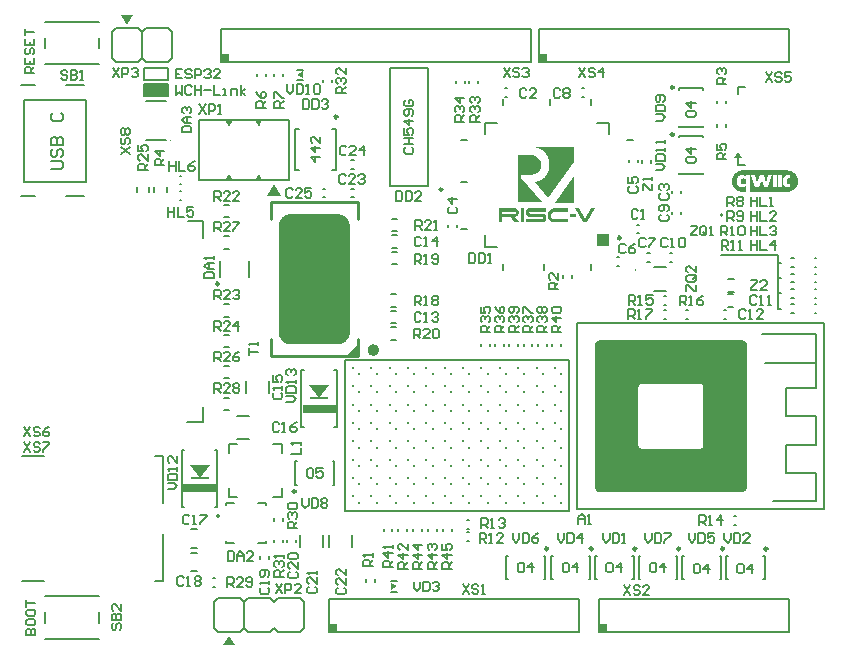
<source format=gto>
G04*
G04 #@! TF.GenerationSoftware,Altium Limited,Altium Designer,23.3.1 (30)*
G04*
G04 Layer_Color=65535*
%FSLAX25Y25*%
%MOIN*%
G70*
G04*
G04 #@! TF.SameCoordinates,4397C4A1-B4A0-4737-946D-6E65BF44214A*
G04*
G04*
G04 #@! TF.FilePolarity,Positive*
G04*
G01*
G75*
%ADD10C,0.00984*%
%ADD11C,0.01968*%
%ADD12C,0.00394*%
%ADD13C,0.00787*%
%ADD14C,0.01000*%
%ADD15R,0.06299X0.00787*%
%ADD16R,0.11417X0.02756*%
%ADD17R,0.07874X0.03937*%
%ADD18R,0.02756X0.02756*%
%ADD19R,0.02756X0.02756*%
%ADD20R,0.04134X0.04134*%
G36*
X253888Y257087D02*
X257136Y252756D01*
X260384Y257087D01*
X253888Y257087D01*
D02*
G37*
G36*
X266929Y200000D02*
X264976Y196875D01*
X268882D01*
X266929Y200000D01*
D02*
G37*
G36*
X320866Y215393D02*
Y217678D01*
X322866Y216535D01*
X320866Y215393D01*
D02*
G37*
G36*
X303150Y340551D02*
X303236Y340551D01*
X303407Y340544D01*
X303578Y340529D01*
X303749Y340506D01*
X303918Y340476D01*
X304086Y340439D01*
X304252Y340395D01*
X304415Y340343D01*
X304577Y340284D01*
X304736Y340219D01*
X304891Y340146D01*
X305044Y340067D01*
X305192Y339981D01*
X305337Y339888D01*
X305478Y339790D01*
X305614Y339685D01*
X305746Y339575D01*
X305873Y339459D01*
X305994Y339337D01*
X306110Y339211D01*
X306221Y339079D01*
X306325Y338943D01*
X306424Y338802D01*
X306516Y338657D01*
X306602Y338508D01*
X306681Y338356D01*
X306754Y338200D01*
X306820Y338041D01*
X306878Y337880D01*
X306930Y337716D01*
X306975Y337550D01*
X307012Y337382D01*
X307042Y337213D01*
X307064Y337043D01*
X307079Y336872D01*
X307086Y336700D01*
X307086Y336614D01*
X307087Y336614D01*
X307087Y301181D01*
X307087Y301095D01*
X307079Y300923D01*
X307064Y300752D01*
X307042Y300582D01*
X307012Y300413D01*
X306975Y300245D01*
X306930Y300079D01*
X306878Y299915D01*
X306820Y299754D01*
X306754Y299595D01*
X306681Y299439D01*
X306602Y299287D01*
X306516Y299138D01*
X306424Y298993D01*
X306325Y298852D01*
X306221Y298716D01*
X306110Y298585D01*
X305994Y298458D01*
X305873Y298337D01*
X305746Y298220D01*
X305614Y298110D01*
X305478Y298005D01*
X305337Y297907D01*
X305192Y297814D01*
X305044Y297729D01*
X304891Y297649D01*
X304736Y297577D01*
X304577Y297511D01*
X304415Y297452D01*
X304252Y297400D01*
X304086Y297356D01*
X303918Y297319D01*
X303749Y297289D01*
X303578Y297267D01*
X303407Y297252D01*
X303236Y297244D01*
X303150Y297244D01*
X287316D01*
X287144Y297252D01*
X286973Y297267D01*
X286803Y297289D01*
X286633Y297319D01*
X286466Y297356D01*
X286300Y297400D01*
X286136Y297452D01*
X285974Y297511D01*
X285816Y297577D01*
X285660Y297649D01*
X285507Y297729D01*
X285359Y297814D01*
X285214Y297907D01*
X285073Y298005D01*
X284937Y298110D01*
X284805Y298220D01*
X284678Y298337D01*
X284557Y298458D01*
X284441Y298585D01*
X284330Y298716D01*
X284226Y298853D01*
X284127Y298993D01*
X284035Y299138D01*
X283949Y299287D01*
X283870Y299439D01*
X283797Y299595D01*
X283731Y299754D01*
X283673Y299915D01*
X283621Y300079D01*
X283576Y300245D01*
X283539Y300413D01*
X283509Y300582D01*
X283487Y300752D01*
X283472Y300923D01*
X283465Y301095D01*
Y301181D01*
X283465Y301181D01*
Y336614D01*
X283465Y336700D01*
X283472Y336872D01*
X283487Y337043D01*
X283509Y337213D01*
X283539Y337382D01*
X283576Y337550D01*
X283621Y337716D01*
X283673Y337880D01*
X283731Y338041D01*
X283797Y338200D01*
X283870Y338356D01*
X283949Y338508D01*
X284035Y338657D01*
X284127Y338802D01*
X284226Y338943D01*
X284330Y339079D01*
X284441Y339211D01*
X284557Y339337D01*
X284678Y339459D01*
X284805Y339575D01*
X284937Y339685D01*
X285073Y339790D01*
X285214Y339888D01*
X285359Y339981D01*
X285507Y340067D01*
X285660Y340146D01*
X285816Y340219D01*
X285974Y340284D01*
X286136Y340343D01*
X286300Y340395D01*
X286466Y340439D01*
X286633Y340476D01*
X286803Y340506D01*
X286973Y340529D01*
X287144Y340544D01*
X287316Y340551D01*
X287402Y340551D01*
X287402Y340551D01*
X303150Y340551D01*
D02*
G37*
G36*
X309842Y293307D02*
X305906D01*
Y293307D01*
X309842Y297244D01*
Y293307D01*
D02*
G37*
G36*
X296900Y279331D02*
X293652Y283661D01*
X300148Y283661D01*
X296900Y279331D01*
D02*
G37*
G36*
X232850Y403725D02*
X230897Y406850D01*
X234804D01*
X232850Y403725D01*
D02*
G37*
G36*
X291535Y385865D02*
X289535Y387008D01*
X291535Y388151D01*
Y385865D01*
D02*
G37*
G36*
X276969Y369724D02*
X276732D01*
X275669Y371850D01*
X278031D01*
X276969Y369724D01*
D02*
G37*
G36*
X266968D02*
X266732D01*
X265669Y371850D01*
X268032D01*
X266968Y369724D01*
D02*
G37*
G36*
X278031Y351850D02*
X275669D01*
X276732Y353976D01*
X276969D01*
X278031Y351850D01*
D02*
G37*
G36*
X268032D02*
X265669D01*
X266732Y353976D01*
X266968D01*
X268032Y351850D01*
D02*
G37*
G36*
X284252Y346457D02*
X279528D01*
X281890Y350787D01*
X284252Y346457D01*
D02*
G37*
G36*
X379780Y341402D02*
X375528Y341402D01*
X375528Y341402D01*
X375477Y341401D01*
X375376Y341393D01*
X375276Y341378D01*
X375178Y341355D01*
X375081Y341325D01*
X374987Y341287D01*
X374896Y341243D01*
X374808Y341192D01*
X374725Y341134D01*
X374646Y341070D01*
X374573Y341001D01*
X374505Y340926D01*
X374442Y340846D01*
X374386Y340762D01*
X374337Y340673D01*
X374294Y340581D01*
X374258Y340487D01*
X374230Y340389D01*
X374209Y340290D01*
X374195Y340190D01*
X374192Y340140D01*
X374192Y340096D01*
X374198Y340008D01*
X374209Y339922D01*
X374226Y339836D01*
X374249Y339752D01*
X374277Y339669D01*
X374311Y339588D01*
X374349Y339510D01*
X374393Y339434D01*
X374442Y339361D01*
X374495Y339292D01*
X374553Y339226D01*
X374614Y339164D01*
X374680Y339106D01*
X374749Y339053D01*
X374822Y339005D01*
X374898Y338961D01*
X374976Y338922D01*
X375057Y338889D01*
X375140Y338861D01*
X375224Y338838D01*
X375310Y338821D01*
X375397Y338809D01*
X375484Y338804D01*
X375528Y338803D01*
X379780D01*
Y337819D01*
X375528D01*
X375460Y337819D01*
X375325Y337826D01*
X375190Y337841D01*
X375057Y337864D01*
X374924Y337894D01*
X374794Y337931D01*
X374666Y337975D01*
X374541Y338026D01*
X374418Y338085D01*
X374300Y338150D01*
X374184Y338221D01*
X374074Y338299D01*
X373967Y338383D01*
X373865Y338472D01*
X373769Y338567D01*
X373678Y338668D01*
X373592Y338773D01*
X373513Y338882D01*
X373440Y338997D01*
X373373Y339114D01*
X373313Y339236D01*
X373260Y339360D01*
X373213Y339488D01*
X373174Y339617D01*
X373142Y339749D01*
X373118Y339882D01*
X373101Y340017D01*
X373091Y340152D01*
X373090Y340220D01*
X373093Y340286D01*
X373107Y340418D01*
X373128Y340549D01*
X373155Y340679D01*
X373190Y340807D01*
X373232Y340933D01*
X373281Y341057D01*
X373336Y341178D01*
X373397Y341295D01*
X373465Y341409D01*
X373539Y341519D01*
X373619Y341625D01*
X373705Y341727D01*
X373796Y341824D01*
X373892Y341915D01*
X373993Y342001D01*
X374098Y342082D01*
X374208Y342157D01*
X374322Y342226D01*
X374439Y342288D01*
X374559Y342344D01*
X374683Y342393D01*
X374809Y342436D01*
X374936Y342471D01*
X375066Y342500D01*
X375197Y342522D01*
X375329Y342536D01*
X375462Y342543D01*
X375528Y342543D01*
X379780Y342543D01*
Y341402D01*
D02*
G37*
G36*
X382418Y339630D02*
X380449D01*
Y340575D01*
X382418D01*
Y339630D01*
D02*
G37*
G36*
X386184Y337813D02*
X384806D01*
X382050Y342537D01*
X383428D01*
X385531Y338904D01*
X387634Y342537D01*
X388940D01*
X386184Y337813D01*
D02*
G37*
G36*
X437598Y298622D02*
X437598Y298622D01*
X437598D01*
X437607Y298620D01*
X438318Y298486D01*
X438403Y298451D01*
X438502Y298403D01*
X438599Y298350D01*
X438693Y298291D01*
X438783Y298227D01*
X438869Y298158D01*
X438951Y298084D01*
X439029Y298006D01*
X439103Y297924D01*
X439172Y297838D01*
X439236Y297748D01*
X439295Y297654D01*
X439348Y297557D01*
X439396Y297458D01*
X439438Y297356D01*
X439475Y297252D01*
X439505Y297145D01*
X439530Y297038D01*
X439548Y296929D01*
X439561Y296819D01*
X439567Y296709D01*
X439567Y296654D01*
X439567Y249803D01*
X439567Y249803D01*
X439567Y249748D01*
X439561Y249638D01*
X439548Y249528D01*
X439530Y249419D01*
X439505Y249311D01*
X439475Y249205D01*
X439438Y249101D01*
X439396Y248999D01*
X439348Y248899D01*
X439295Y248803D01*
X439236Y248709D01*
X439172Y248619D01*
X439103Y248533D01*
X439029Y248450D01*
X438951Y248372D01*
X438869Y248299D01*
X438783Y248230D01*
X438693Y248166D01*
X438599Y248107D01*
X438502Y248054D01*
X438403Y248006D01*
X438301Y247963D01*
X438196Y247927D01*
X438090Y247896D01*
X437983Y247872D01*
X437874Y247853D01*
X437764Y247841D01*
X437654Y247835D01*
X390693D01*
X390582Y247841D01*
X390473Y247853D01*
X390364Y247872D01*
X390256Y247896D01*
X390150Y247927D01*
X390046Y247963D01*
X389944Y248006D01*
X389844Y248054D01*
X389748Y248107D01*
X389654Y248166D01*
X389564Y248230D01*
X389477Y248299D01*
X389395Y248372D01*
X389317Y248450D01*
X389243Y248533D01*
X389175Y248619D01*
X389111Y248709D01*
X389052Y248803D01*
X388998Y248899D01*
X388950Y248999D01*
X388908Y249101D01*
X388872Y249205D01*
X388841Y249311D01*
X388817Y249419D01*
X388798Y249528D01*
X388786Y249638D01*
X388779Y249748D01*
X388779Y249803D01*
Y296653D01*
X388779Y296709D01*
X388786Y296819D01*
X388798Y296929D01*
X388817Y297038D01*
X388841Y297145D01*
X388872Y297252D01*
X388908Y297356D01*
X388950Y297458D01*
X388998Y297557D01*
X389052Y297654D01*
X389111Y297748D01*
X389175Y297838D01*
X389243Y297924D01*
X389317Y298006D01*
X389395Y298084D01*
X389477Y298158D01*
X389564Y298227D01*
X389654Y298291D01*
X389747Y298350D01*
X389844Y298403D01*
X389944Y298451D01*
X390046Y298493D01*
X390150Y298530D01*
X390256Y298560D01*
X390364Y298585D01*
X390473Y298604D01*
X390582Y298616D01*
X390693Y298622D01*
X390748Y298622D01*
X437598Y298622D01*
X437598Y298622D01*
D02*
G37*
G36*
X362026Y342536D02*
X362073Y342535D01*
X362169Y342527D01*
X362263Y342513D01*
X362357Y342493D01*
X362449Y342467D01*
X362539Y342435D01*
X362627Y342397D01*
X362712Y342353D01*
X362794Y342304D01*
X362873Y342249D01*
X362948Y342190D01*
X363019Y342126D01*
X363085Y342057D01*
X363147Y341984D01*
X363204Y341907D01*
X363256Y341827D01*
X363303Y341743D01*
X363344Y341657D01*
X363379Y341568D01*
X363408Y341477D01*
X363431Y341384D01*
X363448Y341290D01*
X363459Y341195D01*
X363464Y341099D01*
X363463Y341051D01*
X363463Y341051D01*
X363463Y341008D01*
X363458Y340922D01*
X363447Y340836D01*
X363430Y340752D01*
X363407Y340668D01*
X363380Y340586D01*
X363347Y340506D01*
X363308Y340429D01*
X363265Y340354D01*
X363217Y340282D01*
X363164Y340213D01*
X363107Y340149D01*
X363046Y340087D01*
X362981Y340031D01*
X362913Y339978D01*
X362841Y339930D01*
X362766Y339887D01*
X362689Y339848D01*
X362609Y339815D01*
X362527Y339788D01*
X362443Y339765D01*
X362359Y339749D01*
X362273Y339737D01*
X362187Y339732D01*
X362144Y339732D01*
D01*
X362144D01*
X362144D01*
X363402Y337855D01*
X362026D01*
X360843Y339697D01*
X357762D01*
Y337896D01*
X356729D01*
Y342536D01*
X362026Y342536D01*
D02*
G37*
G36*
X365213Y337858D02*
X364189D01*
Y342543D01*
X365213D01*
Y337858D01*
D02*
G37*
G36*
X372615Y341441D02*
X367339D01*
X367339Y341441D01*
X367313Y341440D01*
X367262Y341433D01*
X367212Y341420D01*
X367165Y341400D01*
X367120Y341374D01*
X367079Y341343D01*
X367043Y341307D01*
X367012Y341266D01*
X366986Y341221D01*
X366966Y341174D01*
X366953Y341124D01*
X366946Y341073D01*
X366945Y341047D01*
X366946Y341024D01*
X366952Y340978D01*
X366964Y340933D01*
X366982Y340890D01*
X367005Y340850D01*
X367033Y340813D01*
X367066Y340781D01*
X367103Y340753D01*
X367143Y340729D01*
X367186Y340712D01*
X367231Y340700D01*
X367277Y340694D01*
X367300Y340693D01*
X371473D01*
X371473Y340693D01*
X371519Y340693D01*
X371612Y340686D01*
X371704Y340671D01*
X371794Y340649D01*
X371882Y340621D01*
X371968Y340585D01*
X372050Y340543D01*
X372130Y340494D01*
X372205Y340440D01*
X372275Y340380D01*
X372341Y340314D01*
X372401Y340244D01*
X372456Y340168D01*
X372504Y340089D01*
X372546Y340007D01*
X372582Y339921D01*
X372610Y339833D01*
X372632Y339742D01*
X372647Y339651D01*
X372654Y339558D01*
X372654Y339512D01*
X372654Y339039D01*
X372654Y339039D01*
X372654Y338991D01*
X372646Y338896D01*
X372631Y338801D01*
X372609Y338708D01*
X372579Y338616D01*
X372543Y338528D01*
X372499Y338442D01*
X372449Y338361D01*
X372393Y338283D01*
X372330Y338210D01*
X372263Y338142D01*
X372190Y338080D01*
X372112Y338024D01*
X372030Y337974D01*
X371945Y337930D01*
X371856Y337893D01*
X371765Y337864D01*
X371672Y337841D01*
X371577Y337826D01*
X371481Y337819D01*
X371433Y337819D01*
X365882D01*
Y338803D01*
X371237D01*
X371257Y338804D01*
X371298Y338809D01*
X371338Y338820D01*
X371376Y338836D01*
X371412Y338856D01*
X371444Y338881D01*
X371474Y338910D01*
X371498Y338943D01*
X371519Y338979D01*
X371535Y339017D01*
X371546Y339057D01*
X371551Y339097D01*
X371552Y339118D01*
X371552Y339276D01*
X371552Y339276D01*
X371551Y339296D01*
X371546Y339337D01*
X371535Y339377D01*
X371519Y339415D01*
X371498Y339451D01*
X371474Y339483D01*
X371444Y339512D01*
X371412Y339537D01*
X371376Y339558D01*
X371338Y339574D01*
X371298Y339584D01*
X371257Y339590D01*
X371237Y339591D01*
X367103Y339591D01*
X367103D01*
X367055Y339591D01*
X366959Y339598D01*
X366864Y339613D01*
X366771Y339635D01*
X366680Y339665D01*
X366591Y339702D01*
X366506Y339745D01*
X366424Y339795D01*
X366347Y339852D01*
X366274Y339914D01*
X366206Y339982D01*
X366144Y340055D01*
X366087Y340132D01*
X366037Y340214D01*
X365994Y340300D01*
X365957Y340388D01*
X365927Y340479D01*
X365905Y340573D01*
X365890Y340667D01*
X365882Y340763D01*
X365882Y340811D01*
Y341323D01*
X365882Y341323D01*
X365882Y341371D01*
X365890Y341466D01*
X365905Y341561D01*
X365927Y341654D01*
X365957Y341745D01*
X365993Y341834D01*
X366037Y341919D01*
X366087Y342001D01*
X366144Y342079D01*
X366206Y342152D01*
X366274Y342220D01*
X366347Y342282D01*
X366424Y342338D01*
X366506Y342388D01*
X366591Y342432D01*
X366680Y342469D01*
X366771Y342498D01*
X366864Y342521D01*
X366959Y342536D01*
X367055Y342543D01*
X367103Y342543D01*
X372615Y342543D01*
Y341441D01*
D02*
G37*
G36*
X381853Y358037D02*
X373280Y346082D01*
X368806Y351325D01*
X368904Y351337D01*
X369101Y351368D01*
X369296Y351406D01*
X369489Y351451D01*
X369681Y351503D01*
X369871Y351562D01*
X370058Y351628D01*
X370243Y351700D01*
X370426Y351779D01*
X370605Y351865D01*
X370781Y351957D01*
X370953Y352055D01*
X371123Y352160D01*
X371288Y352270D01*
X371449Y352387D01*
X371605Y352509D01*
X371758Y352637D01*
X371905Y352770D01*
X372048Y352908D01*
X372185Y353051D01*
X372317Y353200D01*
X372444Y353353D01*
X372565Y353510D01*
X372681Y353672D01*
X372790Y353838D01*
X372894Y354007D01*
X372991Y354181D01*
X373082Y354357D01*
X373166Y354537D01*
X373244Y354720D01*
X373315Y354905D01*
X373380Y355093D01*
X373438Y355283D01*
X373488Y355475D01*
X373532Y355669D01*
X373569Y355865D01*
X373599Y356061D01*
X373621Y356258D01*
X373637Y356456D01*
X373645Y356655D01*
X373647Y356754D01*
X373647D01*
X373655Y356852D01*
X373668Y357049D01*
X373674Y357245D01*
X373672Y357442D01*
X373664Y357638D01*
X373649Y357835D01*
X373627Y358030D01*
X373599Y358225D01*
X373563Y358418D01*
X373521Y358610D01*
X373472Y358801D01*
X373417Y358989D01*
X373355Y359176D01*
X373286Y359360D01*
X373212Y359542D01*
X373130Y359721D01*
X373043Y359898D01*
X372950Y360071D01*
X372850Y360240D01*
X372745Y360406D01*
X372634Y360569D01*
X372517Y360727D01*
X372395Y360881D01*
X372268Y361031D01*
X372135Y361176D01*
X371997Y361317D01*
X371855Y361453D01*
X371708Y361583D01*
X371556Y361709D01*
X371401Y361829D01*
X371241Y361944D01*
X371077Y362052D01*
X370910Y362156D01*
X370739Y362253D01*
X370564Y362344D01*
X370387Y362429D01*
X370207Y362508D01*
X370024Y362580D01*
X369839Y362646D01*
X369651Y362706D01*
X369462Y362759D01*
X369271Y362805D01*
X369078Y362845D01*
X368884Y362877D01*
X368787Y362891D01*
X368787Y362891D01*
X381853D01*
Y358037D01*
D02*
G37*
G36*
X367878Y360240D02*
X368039Y360224D01*
X368199Y360200D01*
X368358Y360169D01*
X368515Y360129D01*
X368670Y360082D01*
X368822Y360028D01*
X368972Y359966D01*
X369118Y359897D01*
X369261Y359820D01*
X369400Y359737D01*
X369534Y359647D01*
X369664Y359551D01*
X369789Y359448D01*
X369909Y359340D01*
X370024Y359225D01*
X370132Y359105D01*
X370235Y358980D01*
X370331Y358850D01*
X370421Y358716D01*
X370504Y358577D01*
X370581Y358434D01*
X370650Y358288D01*
X370712Y358138D01*
X370766Y357986D01*
X370813Y357831D01*
X370853Y357674D01*
X370884Y357516D01*
X370908Y357355D01*
X370924Y357194D01*
X370932Y357033D01*
Y356952D01*
Y356874D01*
X370924Y356718D01*
X370909Y356563D01*
X370886Y356409D01*
X370855Y356256D01*
X370818Y356104D01*
X370772Y355955D01*
X370720Y355808D01*
X370660Y355664D01*
X370593Y355523D01*
X370520Y355385D01*
X370440Y355252D01*
X370353Y355122D01*
X370260Y354997D01*
X370161Y354876D01*
X370056Y354761D01*
X369946Y354650D01*
X369830Y354545D01*
X369710Y354447D01*
X369585Y354354D01*
X369455Y354267D01*
X369321Y354187D01*
X369184Y354113D01*
X369043Y354047D01*
X368899Y353987D01*
X368752Y353934D01*
X368602Y353889D01*
X368451Y353851D01*
X368298Y353821D01*
X368144Y353798D01*
X367989Y353783D01*
X367833Y353775D01*
X367710D01*
X364342Y353744D01*
X364335Y352572D01*
X371034Y344457D01*
X371031Y344459D01*
X363260D01*
Y360235D01*
X363264Y360239D01*
X367564Y360248D01*
X367717D01*
X367878Y360240D01*
D02*
G37*
G36*
X381816Y344382D02*
X375539D01*
Y344417D01*
X381816Y353240D01*
Y344382D01*
D02*
G37*
G36*
X437926Y359449D02*
X435302D01*
X436614Y361417D01*
X437926Y359449D01*
D02*
G37*
G36*
X452941Y355162D02*
X453082Y355162D01*
X453362Y355140D01*
X453639Y355096D01*
X453912Y355030D01*
X454179Y354943D01*
X454439Y354836D01*
X454689Y354708D01*
X454928Y354562D01*
X455156Y354397D01*
X455369Y354214D01*
X455568Y354015D01*
X455750Y353802D01*
X455915Y353575D01*
X456062Y353335D01*
X456190Y353085D01*
X456297Y352825D01*
X456384Y352558D01*
X456450Y352285D01*
X456493Y352008D01*
X456516Y351728D01*
X456516Y351587D01*
X456515D01*
X456516Y351448D01*
X456494Y351169D01*
X456450Y350893D01*
X456385Y350622D01*
X456298Y350356D01*
X456191Y350098D01*
X456065Y349849D01*
X455919Y349610D01*
X455754Y349384D01*
X455573Y349172D01*
X455375Y348974D01*
X455163Y348793D01*
X454937Y348628D01*
X454698Y348482D01*
X454449Y348356D01*
X454191Y348249D01*
X453926Y348162D01*
X453654Y348097D01*
X453378Y348053D01*
X453099Y348031D01*
X452959Y348031D01*
X440551D01*
Y353616D01*
X439199D01*
X439199Y353076D01*
X439098Y353177D01*
X439098Y353177D01*
X439040Y353232D01*
X438917Y353333D01*
X438785Y353421D01*
X438645Y353496D01*
X438498Y353557D01*
X438346Y353603D01*
X438191Y353634D01*
X438032Y353650D01*
X437953Y353651D01*
X437787Y353651D01*
X437787Y353651D01*
X437711Y353650D01*
X437561Y353635D01*
X437412Y353605D01*
X437267Y353561D01*
X437128Y353503D01*
X436994Y353432D01*
X436868Y353348D01*
X436751Y353252D01*
X436696Y353200D01*
X436624Y353124D01*
X436492Y352962D01*
X436376Y352789D01*
X436277Y352605D01*
X436197Y352412D01*
X436137Y352212D01*
X436096Y352007D01*
X436075Y351799D01*
X436073Y351695D01*
Y351386D01*
Y351386D01*
X436075Y351288D01*
X436095Y351092D01*
X436133Y350900D01*
X436190Y350712D01*
X436265Y350530D01*
X436357Y350357D01*
X436467Y350194D01*
X436591Y350042D01*
X436659Y349971D01*
X436721Y349912D01*
X436854Y349802D01*
X436998Y349707D01*
X437150Y349626D01*
X437309Y349560D01*
X437474Y349510D01*
X437643Y349476D01*
X437814Y349459D01*
X437900Y349457D01*
X438078D01*
X438142Y349459D01*
X438269Y349471D01*
X438395Y349496D01*
X438518Y349533D01*
X438636Y349582D01*
X438749Y349643D01*
X438856Y349714D01*
X438955Y349795D01*
X439001Y349839D01*
X439199Y350037D01*
Y348031D01*
X437956D01*
X437677Y348054D01*
X437400Y348097D01*
X437128Y348163D01*
X436861Y348249D01*
X436603Y348357D01*
X436353Y348484D01*
X436114Y348630D01*
X435887Y348795D01*
X435674Y348977D01*
X435476Y349175D01*
X435294Y349388D01*
X435130Y349614D01*
X434983Y349853D01*
X434856Y350103D01*
X434749Y350362D01*
X434662Y350628D01*
X434597Y350901D01*
X434553Y351177D01*
X434531Y351457D01*
Y351597D01*
X434531Y351737D01*
X434553Y352016D01*
X434597Y352293D01*
X434662Y352565D01*
X434749Y352832D01*
X434856Y353090D01*
X434983Y353340D01*
X435130Y353579D01*
X435294Y353805D01*
X435476Y354018D01*
X435674Y354217D01*
X435887Y354398D01*
X436114Y354563D01*
X436353Y354710D01*
X436603Y354837D01*
X436861Y354944D01*
X437128Y355030D01*
X437400Y355096D01*
X437677Y355140D01*
X437956Y355162D01*
X438096Y355162D01*
X452941Y355162D01*
X452941Y355162D01*
D02*
G37*
G36*
X438222Y352558D02*
X438545D01*
X438838Y352437D01*
X439061Y352213D01*
X439182Y351921D01*
Y351762D01*
X439191Y351389D01*
Y351215D01*
X439058Y350894D01*
X438812Y350649D01*
X438491Y350516D01*
X438142D01*
X437818Y350650D01*
X437571Y350898D01*
X437437Y351221D01*
Y351397D01*
Y351687D01*
Y351862D01*
X437571Y352185D01*
X437818Y352433D01*
X438142Y352567D01*
X438317D01*
X438222Y352558D01*
D02*
G37*
%LPC*%
G36*
X423819Y284055D02*
X423819Y284055D01*
X404528Y284055D01*
X404481Y284055D01*
X404389Y284048D01*
X404297Y284033D01*
X404207Y284012D01*
X404118Y283983D01*
X404033Y283947D01*
X403950Y283905D01*
X403871Y283857D01*
X403796Y283802D01*
X403725Y283742D01*
X403659Y283676D01*
X403599Y283606D01*
X403545Y283531D01*
X403545Y283531D01*
X403496Y283452D01*
X403496Y283452D01*
X403454Y283369D01*
X403454Y283369D01*
X403419Y283283D01*
X403418Y283283D01*
X403390Y283195D01*
X403390Y283195D01*
X403368Y283105D01*
X403368Y283104D01*
X403354Y283013D01*
X403354Y283012D01*
X403346Y282920D01*
X403346Y282874D01*
X403346Y282874D01*
X403346Y263536D01*
X403354Y263444D01*
X403368Y263352D01*
X403390Y263262D01*
X403419Y263174D01*
X403454Y263088D01*
X403496Y263005D01*
X403545Y262926D01*
X403599Y262851D01*
X403660Y262780D01*
X403725Y262715D01*
X403796Y262654D01*
X403871Y262600D01*
X403950Y262551D01*
X404033Y262509D01*
X404118Y262474D01*
X404207Y262445D01*
X404297Y262423D01*
X404389Y262409D01*
X404481Y262402D01*
X404528D01*
Y262402D01*
X423865D01*
X423958Y262409D01*
X424050Y262423D01*
X424140Y262445D01*
X424228Y262474D01*
X424314Y262509D01*
X424396Y262551D01*
X424476Y262600D01*
X424551Y262654D01*
X424621Y262715D01*
X424687Y262780D01*
X424747Y262851D01*
X424802Y262926D01*
X424850Y263005D01*
X424892Y263088D01*
X424928Y263174D01*
X424957Y263262D01*
X424978Y263352D01*
X424993Y263444D01*
X425000Y263536D01*
X425000Y263583D01*
X425000Y263583D01*
X425000Y282920D01*
X424993Y283013D01*
X424978Y283105D01*
X424957Y283195D01*
X424928Y283283D01*
X424892Y283369D01*
X424850Y283452D01*
X424802Y283531D01*
X424747Y283606D01*
X424687Y283676D01*
X424621Y283742D01*
X424551Y283802D01*
X424476Y283857D01*
X424475Y283857D01*
X424396Y283905D01*
X424396Y283905D01*
X424314Y283947D01*
X424314Y283947D01*
X424228Y283983D01*
X424228Y283983D01*
X424140Y284012D01*
X424140Y284012D01*
X424050Y284033D01*
X424049Y284033D01*
X423958Y284048D01*
X423957Y284048D01*
X423865Y284055D01*
X423820Y284055D01*
X423819Y284055D01*
X423819Y284055D01*
D02*
G37*
G36*
X362168Y341402D02*
X357811D01*
Y340653D01*
X362205D01*
X362251Y340659D01*
X362296Y340671D01*
X362339Y340689D01*
X362379Y340713D01*
X362416Y340741D01*
X362449Y340774D01*
X362477Y340810D01*
X362500Y340851D01*
X362518Y340894D01*
X362530Y340938D01*
X362536Y340985D01*
Y341008D01*
Y341034D01*
X362529Y341085D01*
X362516Y341135D01*
X362496Y341182D01*
X362470Y341227D01*
X362439Y341268D01*
X362402Y341304D01*
X362361Y341336D01*
X362317Y341362D01*
X362269Y341381D01*
X362219Y341395D01*
X362168Y341402D01*
D02*
G37*
G36*
X453760Y353648D02*
X452970D01*
X452720Y353598D01*
X452484Y353501D01*
X452273Y353359D01*
X452183Y353269D01*
X451814Y352901D01*
Y352901D01*
X451714Y352801D01*
X451557Y352566D01*
X451449Y352306D01*
X451394Y352029D01*
Y351887D01*
Y351373D01*
Y351186D01*
X451467Y350819D01*
X451610Y350474D01*
X451818Y350163D01*
X451950Y350031D01*
X452083Y349898D01*
X452394Y349690D01*
X452741Y349546D01*
X453108Y349473D01*
X453760D01*
Y350574D01*
X453740Y350554D01*
X453455D01*
X453403Y350556D01*
X453300Y350577D01*
X453203Y350617D01*
X453116Y350675D01*
X453077Y350711D01*
X452951Y350836D01*
X452905Y350888D01*
X452828Y351002D01*
X452775Y351130D01*
X452749Y351265D01*
X452745Y351334D01*
Y351800D01*
X452748Y351855D01*
X452769Y351963D01*
X452811Y352064D01*
X452873Y352156D01*
X452910Y352197D01*
X453096Y352383D01*
X453134Y352417D01*
X453218Y352474D01*
X453312Y352513D01*
X453412Y352533D01*
X453463Y352535D01*
X453760Y352522D01*
Y353648D01*
D02*
G37*
G36*
X448012Y353616D02*
X446690D01*
X445869Y350835D01*
X445056Y353616D01*
X443765D01*
X442960Y350835D01*
X442139Y353616D01*
X440764D01*
X440764Y353616D01*
X442261Y349505D01*
X443598D01*
X444388Y352043D01*
X445170Y349505D01*
X446508D01*
X448012Y353616D01*
D02*
G37*
G36*
X451127D02*
X449782D01*
Y349505D01*
X451127D01*
Y353616D01*
D02*
G37*
G36*
X449509D02*
X448164D01*
Y349505D01*
X449509D01*
X449509Y353616D01*
D02*
G37*
%LPD*%
D10*
X289075Y248130D02*
G03*
X289075Y248130I-492J0D01*
G01*
X303051Y373031D02*
G03*
X303051Y373031I-492J0D01*
G01*
X263484Y317323D02*
G03*
X263484Y317323I-492J0D01*
G01*
X337992Y348839D02*
G03*
X337992Y348839I-492J0D01*
G01*
X415158Y367126D02*
G03*
X415158Y367126I-492J0D01*
G01*
Y382874D02*
G03*
X415158Y382874I-492J0D01*
G01*
X373130Y229035D02*
G03*
X373130Y229035I-492J0D01*
G01*
X388091D02*
G03*
X388091Y229035I-492J0D01*
G01*
X402658Y229035D02*
G03*
X402658Y229035I-492J0D01*
G01*
X417224Y229035D02*
G03*
X417224Y229035I-492J0D01*
G01*
X431791Y229035D02*
G03*
X431791Y229035I-492J0D01*
G01*
X446358D02*
G03*
X446358Y229035I-492J0D01*
G01*
X397441Y332677D02*
G03*
X397441Y332677I-492J0D01*
G01*
D11*
X315945Y295276D02*
G03*
X315945Y295276I-984J0D01*
G01*
D12*
X247441Y365256D02*
G03*
X247441Y365256I-197J0D01*
G01*
D13*
X431496Y340256D02*
G03*
X431496Y340256I-394J0D01*
G01*
X402362Y322047D02*
G03*
X402364Y322090I-391J43D01*
G01*
X263583Y239961D02*
G03*
X263583Y239961I-394J0D01*
G01*
X256850Y351850D02*
X286850D01*
X256850D02*
Y371850D01*
X286850D01*
Y351850D02*
Y371850D01*
X205512Y204331D02*
Y207874D01*
X223622Y204331D02*
Y207874D01*
X205512Y213189D02*
X223622D01*
X205512Y199016D02*
X223622D01*
X246161Y347933D02*
Y349705D01*
X242028Y347933D02*
Y349705D01*
X265256Y339469D02*
X267028D01*
X265256Y343602D02*
X267028D01*
X252768Y271260D02*
X258268D01*
Y276260D01*
Y332689D02*
Y338189D01*
X253268D02*
X258268D01*
X450000Y324410D02*
X450787D01*
X450000Y319291D02*
X450787D01*
X450000Y314173D02*
X450787D01*
X450000Y309055D02*
X450787D01*
X450000D02*
Y326969D01*
X430709D02*
X450000D01*
X353839Y296457D02*
Y297244D01*
X350886Y296457D02*
Y297244D01*
X307972Y229724D02*
X307972Y233661D01*
X300295Y229724D02*
Y233661D01*
X298327Y229724D02*
Y233661D01*
X290650Y229724D02*
Y233661D01*
X305512Y241732D02*
X380118D01*
Y291929D01*
X305512D02*
X380118D01*
X305512Y241732D02*
Y291929D01*
X310212Y275009D02*
X310560Y275357D01*
X308124Y277097D02*
X308472Y277445D01*
X316337Y281134D02*
X316685Y281482D01*
X314249Y283222D02*
X314597Y283570D01*
X281496Y246260D02*
X284449D01*
Y249213D01*
X266732Y246260D02*
X269685D01*
X266732D02*
Y249213D01*
X281496Y263976D02*
X284449D01*
Y261024D02*
Y263976D01*
X266732D02*
X269685D01*
X266732Y261024D02*
Y263976D01*
X301378Y250394D02*
X301870D01*
X301870Y258268D01*
X301378D02*
X301870D01*
X288976Y250394D02*
X289469D01*
X288976D02*
X288976Y258268D01*
X289469D01*
X402756Y337106D02*
X403543D01*
X402756Y334154D02*
X403543D01*
X301181Y355315D02*
X302461D01*
Y369094D01*
X301181D02*
X302461D01*
X288878Y355315D02*
X290158D01*
X288878D02*
Y369094D01*
X290158D01*
X261417Y216437D02*
X262205D01*
X261417Y219390D02*
X262205D01*
X381276Y319413D02*
Y320200D01*
X378323Y319413D02*
Y320200D01*
X212598Y383465D02*
X218504D01*
X198425Y351181D02*
Y378740D01*
Y351181D02*
X219291D01*
Y378740D01*
X198425D02*
X219291D01*
X212598Y346457D02*
X218504D01*
X197638D02*
X202362D01*
X197638Y383465D02*
X202362D01*
X321161Y333563D02*
X322933D01*
X321161Y329429D02*
X322933D01*
X320768Y308366D02*
X322539D01*
X320768Y304232D02*
X322539D01*
X433169Y313878D02*
X434941D01*
X433169Y309744D02*
X434941D01*
X269685Y273327D02*
X273622D01*
X269685Y265650D02*
X273622D01*
X244882Y244291D02*
Y260039D01*
X242126D02*
X244882D01*
Y218307D02*
Y234055D01*
X242126Y218307D02*
X244882D01*
X198031Y260039D02*
X205118D01*
X198031Y218307D02*
X205118D01*
X454331Y312697D02*
X455118D01*
X454331Y315650D02*
X455118D01*
X411811Y310335D02*
X412598D01*
X411811Y313287D02*
X412598D01*
X411811Y305610D02*
X412598D01*
X411811Y308563D02*
X412598D01*
X419095Y305610D02*
X419882D01*
X419095Y308563D02*
X419882D01*
X454331Y322933D02*
X455118D01*
X454331Y325886D02*
X455118D01*
X454331Y317815D02*
X455118D01*
X454331Y320768D02*
X455118D01*
X454331Y307579D02*
X455118D01*
X454331Y310531D02*
X455118D01*
X265256Y333169D02*
X267028D01*
X265256Y329035D02*
X267028D01*
X265256Y290059D02*
X267028D01*
X265256Y285925D02*
X267028D01*
X320866Y214764D02*
X322835Y214764D01*
X320866Y218307D02*
X322835Y218307D01*
X301083Y384646D02*
Y385433D01*
X298130Y384646D02*
Y385433D01*
X298228Y346161D02*
X299016D01*
X298228Y349114D02*
X299016D01*
X462106Y322933D02*
X462598D01*
X462106Y325886D02*
X462598D01*
X462106Y317815D02*
X462598D01*
X462106Y320768D02*
X462598D01*
X462106Y312697D02*
X462598D01*
X462106Y315650D02*
X462598D01*
X462106Y310531D02*
X462598D01*
X462106Y307579D02*
X462598D01*
X321161Y323917D02*
X322933D01*
X321161Y328051D02*
X322933D01*
X321161Y334941D02*
X322933D01*
X321161Y339075D02*
X322933D01*
X320768Y302854D02*
X322539Y302854D01*
X320768Y298721D02*
X322539D01*
X320768Y313878D02*
X322539D01*
X320768Y309744D02*
X322539Y309744D01*
X265256Y310531D02*
X267028D01*
X265256Y306398D02*
X267028D01*
X290945Y269685D02*
X291732Y269685D01*
X290945Y269685D02*
Y288583D01*
X291732Y288583D01*
X301969Y269685D02*
X302756Y269685D01*
Y288583D01*
X301969Y288583D02*
X302756Y288583D01*
X280118Y280906D02*
Y284842D01*
X272441Y280906D02*
Y284842D01*
X265256Y296161D02*
X267028D01*
X265256Y300295D02*
X267028D01*
X263779Y319685D02*
Y324902D01*
X273425Y319685D02*
Y324902D01*
X240256Y347933D02*
Y349705D01*
X236122Y347933D02*
Y349705D01*
X265256Y275295D02*
X267028D01*
X265256Y279429D02*
X267028D01*
X333071Y350000D02*
Y389370D01*
X320472Y350000D02*
Y389370D01*
Y350000D02*
X333071D01*
X320472Y389370D02*
X333071D01*
X346063Y238681D02*
X346850D01*
X346063Y235728D02*
X346850D01*
X346063Y234547D02*
X346850D01*
X346063Y231594D02*
X346850D01*
X345571Y384252D02*
Y385039D01*
X342618Y384252D02*
Y385039D01*
X349902Y384252D02*
Y385039D01*
X346949Y384252D02*
Y385039D01*
X307677Y346161D02*
X308465D01*
X307677Y349114D02*
X308465D01*
X307677Y355610D02*
X308465D01*
X307677Y358563D02*
X308465D01*
X433071Y314764D02*
X435039D01*
X433071Y319094D02*
X435039D01*
X431890Y308563D02*
X432677D01*
X431890Y305610D02*
X432677D01*
X238583Y379921D02*
X246457D01*
Y383858D01*
X238583Y379921D02*
Y383858D01*
X246457D01*
X238583Y389370D02*
X246457D01*
X238583Y385433D02*
Y389370D01*
X246457Y385433D02*
Y389370D01*
X238583Y385433D02*
X246457D01*
X229100Y402475D02*
X236600D01*
X237850Y401225D01*
X227850D02*
X229100Y402475D01*
X246600D02*
X247850Y401225D01*
X237850D02*
X239100Y402475D01*
X246600D01*
X236601Y391226D02*
X237851Y392476D01*
X227851Y392476D02*
X229101Y391226D01*
X236601D01*
X239101Y391226D02*
X246601D01*
X237851Y392476D02*
X239101Y391226D01*
X246601D02*
X247851Y392476D01*
X227850Y401225D02*
X227851Y392476D01*
X237850Y401225D02*
X237851Y392476D01*
X247850Y401225D02*
X247851Y392476D01*
X382972Y304331D02*
X465256D01*
X382972Y242126D02*
Y304331D01*
Y242126D02*
X465256D01*
Y304331D01*
X445374Y290945D02*
X462697D01*
X448130Y244882D02*
X462697D01*
Y254331D01*
X452461D02*
X462697D01*
X452461D02*
Y263779D01*
X462697D01*
Y273228D01*
X452461D02*
X462697D01*
X452461Y282677D02*
X452461Y273228D01*
X452461Y282677D02*
X462697Y282677D01*
Y300787D01*
X444587Y300787D02*
X462697Y300787D01*
X280217Y225787D02*
Y226575D01*
X277264Y225787D02*
Y226575D01*
X289272Y231299D02*
Y232087D01*
X286319Y231299D02*
Y232087D01*
X435236Y240059D02*
X436024D01*
X435236Y237106D02*
X436024D01*
X289567Y388779D02*
X291535Y388779D01*
X289567Y385236D02*
X291535Y385236D01*
X284941Y386614D02*
Y387402D01*
X281988Y386614D02*
Y387402D01*
X279035Y386614D02*
Y387402D01*
X276083Y386614D02*
Y387402D01*
X254037Y221517D02*
X256202D01*
X254035Y227658D02*
X256201D01*
X315453Y218110D02*
Y218898D01*
X312500Y218110D02*
Y218898D01*
X254037Y229391D02*
X256202D01*
X254035Y235531D02*
X256201D01*
X281988Y231299D02*
Y232087D01*
X284941Y231299D02*
Y232087D01*
X281988Y238386D02*
Y239173D01*
X284941Y238386D02*
Y239173D01*
X374508Y296457D02*
Y297244D01*
X377461Y296457D02*
Y297244D01*
X360335Y296457D02*
Y297244D01*
X363287Y296457D02*
Y297244D01*
X355610Y296457D02*
Y297244D01*
X358563Y296457D02*
Y297244D01*
X365059Y296457D02*
Y297244D01*
X368012Y296457D02*
Y297244D01*
X369783Y296457D02*
Y297244D01*
X372736Y296457D02*
Y297244D01*
X321358Y234842D02*
Y235630D01*
X318406Y234842D02*
Y235630D01*
X326279Y234842D02*
Y235630D01*
X323327Y234842D02*
Y235630D01*
X341043Y234842D02*
X341043Y235630D01*
X338090Y234842D02*
Y235630D01*
X336122Y234842D02*
Y235630D01*
X333169Y234842D02*
Y235630D01*
X432579Y369685D02*
Y370472D01*
X429626Y369685D02*
Y370472D01*
Y377559D02*
Y378346D01*
X432579Y377559D02*
Y378346D01*
X416929Y353839D02*
Y354331D01*
Y353839D02*
X424803D01*
Y354331D01*
X416929Y366240D02*
Y366732D01*
X424803D01*
Y366240D02*
Y366732D01*
X416929Y369587D02*
Y370079D01*
Y369587D02*
X424803D01*
Y370079D01*
X416929Y381988D02*
Y382480D01*
X424803D01*
Y381988D02*
Y382480D01*
X250394Y350492D02*
X250886D01*
X250394Y353445D02*
X250886D01*
X250394Y345374D02*
X250886D01*
X250394Y348327D02*
X250886D01*
X359350Y226772D02*
X359842D01*
X359350Y218898D02*
X359350Y226772D01*
X359350Y218898D02*
X359842D01*
X371752Y226772D02*
X372244D01*
X372244Y218898D02*
X372244Y226772D01*
X371752Y218898D02*
X372244D01*
X374311Y226772D02*
X374803D01*
X374311Y218898D02*
Y226772D01*
Y218898D02*
X374803D01*
X386713Y226772D02*
X387205D01*
Y218898D02*
Y226772D01*
X386713Y218898D02*
X387205D01*
X388878Y226772D02*
X389370D01*
X388878Y218898D02*
Y226772D01*
Y218898D02*
X389370D01*
X401279Y226772D02*
X401772D01*
Y218898D02*
Y226772D01*
X401279Y218898D02*
X401772D01*
X403445Y226772D02*
X403937D01*
X403445Y218898D02*
Y226772D01*
Y218898D02*
X403937D01*
X415846Y226772D02*
X416339D01*
Y218898D02*
Y226772D01*
X415846Y218898D02*
X416339D01*
X418012Y226772D02*
X418504D01*
X418012Y218898D02*
Y226772D01*
Y218898D02*
X418504D01*
X430413Y226772D02*
X430905D01*
Y218898D02*
Y226772D01*
X430413Y218898D02*
X430905D01*
X432579Y226772D02*
X433071D01*
X432579Y218898D02*
Y226772D01*
Y218898D02*
X433071D01*
X444980Y226772D02*
X445472D01*
Y218898D02*
Y226772D01*
X444980Y218898D02*
X445472D01*
X262205Y262008D02*
X262992Y262008D01*
Y243110D02*
Y262008D01*
X262205Y243110D02*
X262992Y243110D01*
X251181Y262008D02*
X251969Y262008D01*
X251181Y243110D02*
Y262008D01*
Y243110D02*
X251969Y243110D01*
X239075Y365354D02*
X245965D01*
X239075Y378346D02*
X245965D01*
X331201Y234842D02*
Y235630D01*
X328248Y234842D02*
Y235630D01*
X338747Y246474D02*
X339095Y246822D01*
X340835Y244386D02*
X341183Y244734D01*
X332622Y246474D02*
X332970Y246822D01*
X334710Y244386D02*
X335058Y244734D01*
X326498Y246474D02*
X326846Y246822D01*
X328586Y244386D02*
X328934Y244734D01*
X375494Y258723D02*
X375842Y259071D01*
X377582Y256635D02*
X377930Y256983D01*
X320373Y246474D02*
X320721Y246822D01*
X322461Y244386D02*
X322809Y244734D01*
X369370Y258723D02*
X369718Y259071D01*
X371457Y256635D02*
X371805Y256983D01*
X314249Y246474D02*
X314597Y246822D01*
X316337Y244386D02*
X316685Y244734D01*
X363245Y258723D02*
X363593Y259071D01*
X365333Y256635D02*
X365681Y256983D01*
X350996Y264848D02*
X351344Y265196D01*
X353084Y262760D02*
X353432Y263108D01*
X308124Y246474D02*
X308472Y246822D01*
X310212Y244386D02*
X310560Y244734D01*
X357120Y258723D02*
X357468Y259071D01*
X359208Y256635D02*
X359556Y256983D01*
X344871Y264848D02*
X345219Y265196D01*
X346959Y262760D02*
X347307Y263108D01*
X375494Y252598D02*
X375842Y252946D01*
X377582Y250510D02*
X377930Y250858D01*
X350996Y258723D02*
X351344Y259071D01*
X353084Y256635D02*
X353432Y256983D01*
X338747Y264848D02*
X339095Y265196D01*
X340835Y262760D02*
X341183Y263108D01*
X338747Y270972D02*
X339095Y271320D01*
X340835Y268884D02*
X341183Y269233D01*
X369369Y252598D02*
X369717Y252946D01*
X371457Y250511D02*
X371805Y250858D01*
X344871Y258723D02*
X345219Y259071D01*
X346959Y256635D02*
X347307Y256983D01*
X332623Y264848D02*
X332970Y265196D01*
X334710Y262760D02*
X335058Y263108D01*
X332623Y270972D02*
X332970Y271321D01*
X334710Y268884D02*
X335058Y269233D01*
X363245Y252599D02*
X363593Y252946D01*
X365333Y250511D02*
X365681Y250858D01*
X338747Y258723D02*
X339095Y259071D01*
X340835Y256635D02*
X341183Y256983D01*
X326498Y264848D02*
X326846Y265196D01*
X328586Y262760D02*
X328934Y263108D01*
X326498Y270972D02*
X326846Y271321D01*
X328586Y268885D02*
X328934Y269233D01*
X338747Y277097D02*
X339095Y277445D01*
X340835Y275009D02*
X341183Y275357D01*
X357120Y252599D02*
X357468Y252946D01*
X359208Y250511D02*
X359556Y250859D01*
X332622Y258723D02*
X332970Y259071D01*
X334710Y256635D02*
X335058Y256983D01*
X320374Y264848D02*
X320722Y265196D01*
X322461Y262760D02*
X322809Y263108D01*
X320374Y270972D02*
X320722Y271321D01*
X322461Y268885D02*
X322809Y269233D01*
X332623Y277097D02*
X332971Y277445D01*
X334711Y275009D02*
X335058Y275357D01*
X350996Y252599D02*
X351344Y252946D01*
X353084Y250511D02*
X353432Y250859D01*
X326498Y258723D02*
X326846Y259071D01*
X328586Y256635D02*
X328934Y256983D01*
X314249Y264848D02*
X314597Y265196D01*
X316337Y262760D02*
X316685Y263108D01*
X314249Y270972D02*
X314597Y271321D01*
X316337Y268885D02*
X316685Y269233D01*
X326498Y277097D02*
X326846Y277445D01*
X328586Y275009D02*
X328934Y275357D01*
X350996Y283222D02*
X351344Y283570D01*
X353084Y281134D02*
X353432Y281482D01*
X344871Y252599D02*
X345219Y252947D01*
X346959Y250511D02*
X347307Y250859D01*
X320373Y258723D02*
X320721Y259071D01*
X322461Y256635D02*
X322809Y256983D01*
X308124Y264848D02*
X308472Y265196D01*
X310212Y262760D02*
X310560Y263108D01*
X308124Y270972D02*
X308472Y271321D01*
X310212Y268885D02*
X310560Y269233D01*
X320374Y277097D02*
X320722Y277445D01*
X322461Y275009D02*
X322809Y275357D01*
X344872Y283222D02*
X345220Y283570D01*
X346959Y281134D02*
X347307Y281482D01*
X375494Y246474D02*
X375842Y246822D01*
X377582Y244386D02*
X377930Y244734D01*
X338747Y252599D02*
X339095Y252947D01*
X340835Y250511D02*
X341183Y250859D01*
X314249Y258723D02*
X314597Y259071D01*
X316337Y256635D02*
X316685Y256983D01*
X375494Y270972D02*
X375842Y271320D01*
X377582Y268884D02*
X377930Y269232D01*
X375494Y277097D02*
X375842Y277445D01*
X377582Y275009D02*
X377930Y275357D01*
X314249Y277097D02*
X314597Y277445D01*
X316337Y275009D02*
X316685Y275357D01*
X338747Y283222D02*
X339095Y283570D01*
X340835Y281134D02*
X341183Y281482D01*
X375494Y289346D02*
X375842Y289694D01*
X377582Y287258D02*
X377930Y287606D01*
X369369Y246474D02*
X369717Y246822D01*
X371457Y244386D02*
X371805Y244734D01*
X332622Y252599D02*
X332970Y252947D01*
X334710Y250511D02*
X335058Y250859D01*
X308124Y258723D02*
X308472Y259071D01*
X310212Y256635D02*
X310560Y256983D01*
X369370Y270972D02*
X369718Y271320D01*
X371458Y268884D02*
X371806Y269232D01*
X369370Y277097D02*
X369718Y277445D01*
X371458Y275009D02*
X371806Y275357D01*
X332623Y283222D02*
X332971Y283570D01*
X334711Y281134D02*
X335058Y281482D01*
X369370Y289346D02*
X369718Y289694D01*
X371458Y287258D02*
X371806Y287606D01*
X363245Y246474D02*
X363593Y246822D01*
X365333Y244386D02*
X365681Y244734D01*
X326498Y252599D02*
X326846Y252947D01*
X328586Y250511D02*
X328934Y250859D01*
X375494Y264848D02*
X375842Y265196D01*
X377582Y262760D02*
X377930Y263108D01*
X363245Y270972D02*
X363593Y271320D01*
X365333Y268884D02*
X365681Y269232D01*
X363245Y277097D02*
X363593Y277445D01*
X365333Y275009D02*
X365681Y275357D01*
X375494Y283221D02*
X375842Y283569D01*
X377582Y281133D02*
X377930Y281481D01*
X326498Y283222D02*
X326846Y283570D01*
X328586Y281134D02*
X328934Y281482D01*
X363245Y289346D02*
X363593Y289694D01*
X365333Y287258D02*
X365681Y287606D01*
X338747Y289346D02*
X339095Y289694D01*
X340835Y287258D02*
X341183Y287606D01*
X357120Y246474D02*
X357468Y246822D01*
X359208Y244386D02*
X359556Y244734D01*
X320373Y252599D02*
X320721Y252947D01*
X322461Y250511D02*
X322809Y250859D01*
X369370Y264848D02*
X369718Y265196D01*
X371457Y262760D02*
X371805Y263108D01*
X357120Y270972D02*
X357469Y271320D01*
X359208Y268884D02*
X359557Y269232D01*
X357121Y277097D02*
X357469Y277445D01*
X359208Y275009D02*
X359557Y275357D01*
X369370Y283221D02*
X369718Y283569D01*
X371458Y281134D02*
X371806Y281482D01*
X320374Y283222D02*
X320722Y283570D01*
X322461Y281134D02*
X322809Y281482D01*
X357121Y289346D02*
X357469Y289694D01*
X359209Y287258D02*
X359557Y287606D01*
X332623Y289346D02*
X332971Y289694D01*
X334711Y287258D02*
X335058Y287606D01*
X350996Y246474D02*
X351344Y246822D01*
X353084Y244386D02*
X353432Y244734D01*
X314249Y252599D02*
X314597Y252947D01*
X316337Y250511D02*
X316685Y250859D01*
X363245Y264848D02*
X363593Y265196D01*
X365333Y262760D02*
X365681Y263108D01*
X350996Y270972D02*
X351344Y271320D01*
X353084Y268884D02*
X353432Y269232D01*
X350996Y277097D02*
X351344Y277445D01*
X353084Y275009D02*
X353432Y275357D01*
X363245Y283221D02*
X363593Y283569D01*
X365333Y281134D02*
X365681Y281482D01*
X344871Y246474D02*
X345219Y246822D01*
X346959Y244386D02*
X347307Y244734D01*
X308124Y252599D02*
X308472Y252947D01*
X310212Y250511D02*
X310560Y250859D01*
X357120Y264848D02*
X357469Y265196D01*
X359208Y262760D02*
X359556Y263108D01*
X344871Y270972D02*
X345219Y271320D01*
X346959Y268884D02*
X347307Y269233D01*
X344872Y277097D02*
X345220Y277445D01*
X346959Y275009D02*
X347307Y275357D01*
X357121Y283222D02*
X357469Y283570D01*
X359209Y281134D02*
X359557Y281482D01*
X350996Y289346D02*
X351344Y289694D01*
X353084Y287258D02*
X353432Y287606D01*
X326498Y289346D02*
X326846Y289694D01*
X328586Y287258D02*
X328934Y287606D01*
X314249Y289346D02*
X314597Y289694D01*
X316337Y287258D02*
X316685Y287606D01*
X308124Y283222D02*
X308472Y283570D01*
X310212Y281134D02*
X310560Y281482D01*
X344872Y289346D02*
X345220Y289694D01*
X346960Y287258D02*
X347308Y287606D01*
X320374Y289346D02*
X320722Y289694D01*
X322461Y287258D02*
X322809Y287606D01*
X308124Y289346D02*
X308472Y289694D01*
X310212Y287258D02*
X310560Y287606D01*
X367504Y391339D02*
Y402362D01*
X264197D02*
X367504Y402362D01*
X264197Y391339D02*
Y402362D01*
X264197Y391339D02*
X367504Y391339D01*
X453504Y391339D02*
Y402362D01*
X370197Y402362D02*
X453504Y402362D01*
X370197Y391339D02*
Y402362D01*
X370197Y391339D02*
X453504Y391339D01*
X383504Y201339D02*
Y212362D01*
X300197Y212362D02*
X383504Y212362D01*
X300197Y201339D02*
Y212362D01*
X300197Y201339D02*
X383504Y201339D01*
X390197Y201339D02*
X453504Y201339D01*
X390197Y201339D02*
Y212362D01*
X390197Y212362D02*
X453504Y212362D01*
Y201339D02*
Y212362D01*
X352165Y329724D02*
X356102D01*
X352165D02*
Y333661D01*
Y371063D02*
X356102D01*
X352165Y367126D02*
Y371063D01*
X389567D02*
X393504D01*
Y367126D02*
Y371063D01*
X358071Y376969D02*
Y378937D01*
X373819Y376969D02*
Y378937D01*
X387598Y376969D02*
Y378937D01*
X344291Y335630D02*
X346260D01*
X344291Y351378D02*
X346260D01*
X344291Y365158D02*
X346260D01*
X387598Y321850D02*
Y323819D01*
X371850Y321850D02*
Y323819D01*
X358071Y321850D02*
Y323819D01*
X399409Y365158D02*
X401378D01*
X407382Y357776D02*
Y358760D01*
X404429Y357776D02*
Y358760D01*
X384449Y382480D02*
X385236D01*
X384449Y379528D02*
X385236D01*
X414665Y340551D02*
Y341339D01*
X417618Y340551D02*
Y341339D01*
X414665Y347638D02*
Y348425D01*
X417618Y347638D02*
Y348425D01*
X413779Y327461D02*
X414567D01*
X413779Y324508D02*
X414567D01*
X406299Y327461D02*
X407087D01*
X406299Y324508D02*
X407087D01*
X358858Y382480D02*
X359646D01*
X358858Y379528D02*
X359646D01*
X408661Y314961D02*
X412402D01*
X408661Y322835D02*
X412402D01*
X396063Y323327D02*
X396850D01*
X396063Y326279D02*
X396850D01*
X400098Y357874D02*
Y358661D01*
X403051Y357874D02*
Y358661D01*
X339862Y336221D02*
Y337008D01*
X342815Y336221D02*
Y337008D01*
X263100Y212475D02*
X270600D01*
X271850Y211225D01*
X261850D02*
X263100Y212475D01*
X280600D02*
X281850Y211225D01*
X271850D02*
X273100Y212475D01*
X280600D01*
X290600D02*
X291850Y211225D01*
X281850D02*
X283100Y212475D01*
X290600D01*
X270601Y201226D02*
X271851Y202476D01*
X261851Y202476D02*
X263101Y201226D01*
X270601D01*
X273101Y201226D02*
X280601Y201226D01*
X271851Y202476D02*
X273101Y201226D01*
X280601Y201226D02*
X281851Y202476D01*
X283101Y201226D02*
X290601D01*
X281851Y202476D02*
X283101Y201226D01*
X290601D02*
X291851Y202476D01*
X261850Y211225D02*
X261851Y202476D01*
X271850Y211225D02*
X271851Y202476D01*
X291850Y211225D02*
X291851Y202476D01*
X436614Y359449D02*
X436614Y357087D01*
X438976D01*
X436614Y380709D02*
X436614Y383071D01*
X438976D01*
X265748Y230906D02*
X268504D01*
X265748D02*
Y231693D01*
X265748Y244291D02*
X268504D01*
X265748Y243504D02*
Y244291D01*
X276378Y230906D02*
X279134D01*
X279134D02*
Y231693D01*
X276378Y244291D02*
X279134D01*
X279134Y243504D02*
Y244291D01*
X205512Y395866D02*
Y399410D01*
X223622Y395866D02*
Y399410D01*
X205512Y404724D02*
X223622D01*
X205512Y390551D02*
X223622D01*
X292849Y255380D02*
X293373Y255905D01*
X294423D01*
X294948Y255380D01*
Y253281D01*
X294423Y252756D01*
X293373D01*
X292849Y253281D01*
Y255380D01*
X298096Y255905D02*
X295997D01*
Y254331D01*
X297047Y254855D01*
X297571D01*
X298096Y254331D01*
Y253281D01*
X297571Y252756D01*
X296522D01*
X295997Y253281D01*
X325722Y362863D02*
X325197Y362338D01*
Y361289D01*
X325722Y360764D01*
X327821D01*
X328346Y361289D01*
Y362338D01*
X327821Y362863D01*
X325197Y363913D02*
X328346D01*
X326772D01*
Y366012D01*
X325197D01*
X328346D01*
X325197Y369160D02*
Y367061D01*
X326772D01*
X326247Y368111D01*
Y368636D01*
X326772Y369160D01*
X327821D01*
X328346Y368636D01*
Y367586D01*
X327821Y367061D01*
X328346Y371784D02*
X325197D01*
X326772Y370210D01*
Y372309D01*
X327821Y373358D02*
X328346Y373883D01*
Y374933D01*
X327821Y375458D01*
X325722D01*
X325197Y374933D01*
Y373883D01*
X325722Y373358D01*
X326247D01*
X326772Y373883D01*
Y375458D01*
X325722Y378606D02*
X325197Y378081D01*
Y377032D01*
X325722Y376507D01*
X327821D01*
X328346Y377032D01*
Y378081D01*
X327821Y378606D01*
X326772D01*
Y377556D01*
X207481Y355777D02*
X210761D01*
X211417Y356433D01*
Y357745D01*
X210761Y358401D01*
X207481D01*
X208137Y362337D02*
X207481Y361681D01*
Y360369D01*
X208137Y359713D01*
X208793D01*
X209449Y360369D01*
Y361681D01*
X210105Y362337D01*
X210761D01*
X211417Y361681D01*
Y360369D01*
X210761Y359713D01*
X207481Y363649D02*
X211417D01*
Y365617D01*
X210761Y366272D01*
X210105D01*
X209449Y365617D01*
Y363649D01*
Y365617D01*
X208793Y366272D01*
X208137D01*
X207481Y365617D01*
Y363649D01*
X208137Y374144D02*
X207481Y373488D01*
Y372176D01*
X208137Y371520D01*
X210761D01*
X211417Y372176D01*
Y373488D01*
X210761Y374144D01*
X297244Y359581D02*
X294095D01*
X295669Y358007D01*
Y360106D01*
X297244Y362730D02*
X294095D01*
X295669Y361155D01*
Y363254D01*
X297244Y366403D02*
Y364304D01*
X295145Y366403D01*
X294620D01*
X294095Y365878D01*
Y364828D01*
X294620Y364304D01*
X251312Y388976D02*
X249213D01*
Y385827D01*
X251312D01*
X249213Y387402D02*
X250262D01*
X254460Y388451D02*
X253936Y388976D01*
X252886D01*
X252361Y388451D01*
Y387926D01*
X252886Y387402D01*
X253936D01*
X254460Y386877D01*
Y386352D01*
X253936Y385827D01*
X252886D01*
X252361Y386352D01*
X255510Y385827D02*
Y388976D01*
X257084D01*
X257609Y388451D01*
Y387402D01*
X257084Y386877D01*
X255510D01*
X258658Y388451D02*
X259183Y388976D01*
X260233D01*
X260757Y388451D01*
Y387926D01*
X260233Y387402D01*
X259708D01*
X260233D01*
X260757Y386877D01*
Y386352D01*
X260233Y385827D01*
X259183D01*
X258658Y386352D01*
X263906Y385827D02*
X261807D01*
X263906Y387926D01*
Y388451D01*
X263381Y388976D01*
X262332D01*
X261807Y388451D01*
X249213Y383464D02*
Y380315D01*
X250262Y381365D01*
X251312Y380315D01*
Y383464D01*
X254460Y382939D02*
X253936Y383464D01*
X252886D01*
X252361Y382939D01*
Y380840D01*
X252886Y380315D01*
X253936D01*
X254460Y380840D01*
X255510Y383464D02*
Y380315D01*
Y381890D01*
X257609D01*
Y383464D01*
Y380315D01*
X258658Y381890D02*
X260757D01*
X261807Y383464D02*
Y380315D01*
X263906D01*
X264955D02*
X266005D01*
X265480D01*
Y382415D01*
X264955D01*
X267579Y380315D02*
Y382415D01*
X269154D01*
X269678Y381890D01*
Y380315D01*
X270728D02*
Y383464D01*
Y381365D02*
X272302Y382415D01*
X270728Y381365D02*
X272302Y380315D01*
X419817Y372967D02*
X419292Y373492D01*
Y374541D01*
X419817Y375066D01*
X421916D01*
X422440Y374541D01*
Y373492D01*
X421916Y372967D01*
X419817D01*
X422440Y377690D02*
X419292D01*
X420866Y376115D01*
Y378214D01*
X419817Y357612D02*
X419292Y358137D01*
Y359187D01*
X419817Y359712D01*
X421916D01*
X422440Y359187D01*
Y358137D01*
X421916Y357612D01*
X419817D01*
X422440Y362335D02*
X419292D01*
X420866Y360761D01*
Y362860D01*
X436353Y223491D02*
X436877Y224015D01*
X437927D01*
X438452Y223491D01*
Y221391D01*
X437927Y220867D01*
X436877D01*
X436353Y221391D01*
Y223491D01*
X441076Y220867D02*
Y224015D01*
X439501Y222441D01*
X441600D01*
X421786Y223491D02*
X422310Y224015D01*
X423360D01*
X423885Y223491D01*
Y221391D01*
X423360Y220867D01*
X422310D01*
X421786Y221391D01*
Y223491D01*
X426509Y220867D02*
Y224015D01*
X424934Y222441D01*
X427033D01*
X407219Y223884D02*
X407744Y224409D01*
X408793D01*
X409318Y223884D01*
Y221785D01*
X408793Y221260D01*
X407744D01*
X407219Y221785D01*
Y223884D01*
X411942Y221260D02*
Y224409D01*
X410367Y222835D01*
X412466D01*
X392652Y223884D02*
X393177Y224409D01*
X394226D01*
X394751Y223884D01*
Y221785D01*
X394226Y221260D01*
X393177D01*
X392652Y221785D01*
Y223884D01*
X397375Y221260D02*
Y224409D01*
X395800Y222835D01*
X397899D01*
X378085Y223884D02*
X378610Y224409D01*
X379659D01*
X380184Y223884D01*
Y221785D01*
X379659Y221260D01*
X378610D01*
X378085Y221785D01*
Y223884D01*
X382808Y221260D02*
Y224409D01*
X381233Y222835D01*
X383332D01*
X363124Y223884D02*
X363649Y224409D01*
X364699D01*
X365223Y223884D01*
Y221785D01*
X364699Y221260D01*
X363649D01*
X363124Y221785D01*
Y223884D01*
X367847Y221260D02*
Y224409D01*
X366273Y222835D01*
X368372D01*
X201968Y387535D02*
X198819D01*
Y389109D01*
X199344Y389634D01*
X200394D01*
X200919Y389109D01*
Y387535D01*
Y388585D02*
X201968Y389634D01*
X198819Y392783D02*
Y390684D01*
X201968D01*
Y392783D01*
X200394Y390684D02*
Y391733D01*
X199344Y395931D02*
X198819Y395407D01*
Y394357D01*
X199344Y393832D01*
X199869D01*
X200394Y394357D01*
Y395407D01*
X200919Y395931D01*
X201443D01*
X201968Y395407D01*
Y394357D01*
X201443Y393832D01*
X198819Y399080D02*
Y396981D01*
X201968D01*
Y399080D01*
X200394Y396981D02*
Y398030D01*
X198819Y400130D02*
Y402229D01*
Y401179D01*
X201968D01*
X199213Y200330D02*
X202362D01*
Y201904D01*
X201837Y202429D01*
X201312D01*
X200787Y201904D01*
Y200330D01*
Y201904D01*
X200263Y202429D01*
X199738D01*
X199213Y201904D01*
Y200330D01*
Y205053D02*
Y204003D01*
X199738Y203479D01*
X201837D01*
X202362Y204003D01*
Y205053D01*
X201837Y205578D01*
X199738D01*
X199213Y205053D01*
Y208201D02*
Y207152D01*
X199738Y206627D01*
X201837D01*
X202362Y207152D01*
Y208201D01*
X201837Y208726D01*
X199738D01*
X199213Y208201D01*
Y209776D02*
Y211875D01*
Y210825D01*
X202362D01*
X228281Y204200D02*
X227756Y203675D01*
Y202626D01*
X228281Y202101D01*
X228806D01*
X229331Y202626D01*
Y203675D01*
X229855Y204200D01*
X230380D01*
X230905Y203675D01*
Y202626D01*
X230380Y202101D01*
X227756Y205250D02*
X230905D01*
Y206824D01*
X230380Y207349D01*
X229855D01*
X229331Y206824D01*
Y205250D01*
Y206824D01*
X228806Y207349D01*
X228281D01*
X227756Y206824D01*
Y205250D01*
X230905Y210497D02*
Y208398D01*
X228806Y210497D01*
X228281D01*
X227756Y209973D01*
Y208923D01*
X228281Y208398D01*
X245275Y356825D02*
X242126D01*
Y358399D01*
X242651Y358924D01*
X243701D01*
X244226Y358399D01*
Y356825D01*
Y357874D02*
X245275Y358924D01*
Y361548D02*
X242126D01*
X243701Y359974D01*
Y362073D01*
X403150Y341601D02*
X402625Y342126D01*
X401575D01*
X401051Y341601D01*
Y339502D01*
X401575Y338977D01*
X402625D01*
X403150Y339502D01*
X404199Y338977D02*
X405249D01*
X404724D01*
Y342126D01*
X404199Y341601D01*
X376650Y315608D02*
X373501D01*
Y317182D01*
X374026Y317707D01*
X375075D01*
X375600Y317182D01*
Y315608D01*
Y316657D02*
X376650Y317707D01*
Y320856D02*
Y318757D01*
X374551Y320856D01*
X374026D01*
X373501Y320331D01*
Y319281D01*
X374026Y318757D01*
X400001Y305709D02*
Y308858D01*
X401576D01*
X402100Y308333D01*
Y307283D01*
X401576Y306759D01*
X400001D01*
X401051D02*
X402100Y305709D01*
X403150D02*
X404199D01*
X403675D01*
Y308858D01*
X403150Y308333D01*
X405774Y308858D02*
X407873D01*
Y308333D01*
X405774Y306234D01*
Y305709D01*
X417127Y310237D02*
Y313385D01*
X418702D01*
X419226Y312861D01*
Y311811D01*
X418702Y311286D01*
X417127D01*
X418177D02*
X419226Y310237D01*
X420276D02*
X421325D01*
X420801D01*
Y313385D01*
X420276Y312861D01*
X424999Y313385D02*
X423949Y312861D01*
X422900Y311811D01*
Y310761D01*
X423424Y310237D01*
X424474D01*
X424999Y310761D01*
Y311286D01*
X424474Y311811D01*
X422900D01*
X400198Y310434D02*
Y313582D01*
X401772D01*
X402297Y313057D01*
Y312008D01*
X401772Y311483D01*
X400198D01*
X401248D02*
X402297Y310434D01*
X403347D02*
X404396D01*
X403871D01*
Y313582D01*
X403347Y313057D01*
X408070Y313582D02*
X405970D01*
Y312008D01*
X407020Y312533D01*
X407545D01*
X408070Y312008D01*
Y310958D01*
X407545Y310434D01*
X406495D01*
X405970Y310958D01*
X328479Y218110D02*
Y216011D01*
X329529Y214961D01*
X330578Y216011D01*
Y218110D01*
X331628D02*
Y214961D01*
X333202D01*
X333727Y215486D01*
Y217585D01*
X333202Y218110D01*
X331628D01*
X334776Y217585D02*
X335301Y218110D01*
X336350D01*
X336875Y217585D01*
Y217060D01*
X336350Y216535D01*
X335826D01*
X336350D01*
X336875Y216011D01*
Y215486D01*
X336350Y214961D01*
X335301D01*
X334776Y215486D01*
X261944Y334843D02*
Y337992D01*
X263518D01*
X264043Y337467D01*
Y336417D01*
X263518Y335893D01*
X261944D01*
X262993D02*
X264043Y334843D01*
X267191D02*
X265092D01*
X267191Y336942D01*
Y337467D01*
X266667Y337992D01*
X265617D01*
X265092Y337467D01*
X268241Y337992D02*
X270340D01*
Y337467D01*
X268241Y335368D01*
Y334843D01*
X261944Y291536D02*
Y294685D01*
X263518D01*
X264043Y294160D01*
Y293110D01*
X263518Y292585D01*
X261944D01*
X262993D02*
X264043Y291536D01*
X267191D02*
X265092D01*
X267191Y293635D01*
Y294160D01*
X266667Y294685D01*
X265617D01*
X265092Y294160D01*
X270340Y294685D02*
X269290Y294160D01*
X268241Y293110D01*
Y292061D01*
X268766Y291536D01*
X269815D01*
X270340Y292061D01*
Y292585D01*
X269815Y293110D01*
X268241D01*
X261944Y281103D02*
Y284251D01*
X263518D01*
X264043Y283727D01*
Y282677D01*
X263518Y282152D01*
X261944D01*
X262993D02*
X264043Y281103D01*
X267191D02*
X265092D01*
X267191Y283202D01*
Y283727D01*
X266667Y284251D01*
X265617D01*
X265092Y283727D01*
X268241D02*
X268766Y284251D01*
X269815D01*
X270340Y283727D01*
Y283202D01*
X269815Y282677D01*
X270340Y282152D01*
Y281628D01*
X269815Y281103D01*
X268766D01*
X268241Y281628D01*
Y282152D01*
X268766Y282677D01*
X268241Y283202D01*
Y283727D01*
X268766Y282677D02*
X269815D01*
X239763Y355251D02*
X236615D01*
Y356825D01*
X237139Y357350D01*
X238189D01*
X238714Y356825D01*
Y355251D01*
Y356300D02*
X239763Y357350D01*
Y360498D02*
Y358399D01*
X237664Y360498D01*
X237139D01*
X236615Y359974D01*
Y358924D01*
X237139Y358399D01*
X236615Y363647D02*
Y361548D01*
X238189D01*
X237664Y362597D01*
Y363122D01*
X238189Y363647D01*
X239239D01*
X239763Y363122D01*
Y362073D01*
X239239Y361548D01*
X261944Y301772D02*
Y304921D01*
X263518D01*
X264043Y304396D01*
Y303346D01*
X263518Y302822D01*
X261944D01*
X262993D02*
X264043Y301772D01*
X267191D02*
X265092D01*
X267191Y303871D01*
Y304396D01*
X266667Y304921D01*
X265617D01*
X265092Y304396D01*
X269815Y301772D02*
Y304921D01*
X268241Y303346D01*
X270340D01*
X261944Y312205D02*
Y315354D01*
X263518D01*
X264043Y314829D01*
Y313779D01*
X263518Y313255D01*
X261944D01*
X262993D02*
X264043Y312205D01*
X267191D02*
X265092D01*
X267191Y314304D01*
Y314829D01*
X266667Y315354D01*
X265617D01*
X265092Y314829D01*
X268241D02*
X268766Y315354D01*
X269815D01*
X270340Y314829D01*
Y314304D01*
X269815Y313779D01*
X269290D01*
X269815D01*
X270340Y313255D01*
Y312730D01*
X269815Y312205D01*
X268766D01*
X268241Y312730D01*
X261944Y345079D02*
Y348228D01*
X263518D01*
X264043Y347703D01*
Y346654D01*
X263518Y346129D01*
X261944D01*
X262993D02*
X264043Y345079D01*
X267191D02*
X265092D01*
X267191Y347178D01*
Y347703D01*
X266667Y348228D01*
X265617D01*
X265092Y347703D01*
X270340Y345079D02*
X268241D01*
X270340Y347178D01*
Y347703D01*
X269815Y348228D01*
X268766D01*
X268241Y347703D01*
X329004Y335434D02*
Y338582D01*
X330578D01*
X331103Y338057D01*
Y337008D01*
X330578Y336483D01*
X329004D01*
X330053D02*
X331103Y335434D01*
X334251D02*
X332152D01*
X334251Y337533D01*
Y338057D01*
X333727Y338582D01*
X332677D01*
X332152Y338057D01*
X335301Y335434D02*
X336350D01*
X335826D01*
Y338582D01*
X335301Y338057D01*
X328479Y299213D02*
Y302362D01*
X330053D01*
X330578Y301837D01*
Y300787D01*
X330053Y300263D01*
X328479D01*
X329529D02*
X330578Y299213D01*
X333727D02*
X331628D01*
X333727Y301312D01*
Y301837D01*
X333202Y302362D01*
X332152D01*
X331628Y301837D01*
X334776D02*
X335301Y302362D01*
X336350D01*
X336875Y301837D01*
Y299738D01*
X336350Y299213D01*
X335301D01*
X334776Y299738D01*
Y301837D01*
X328741Y324016D02*
Y327165D01*
X330316D01*
X330840Y326640D01*
Y325591D01*
X330316Y325066D01*
X328741D01*
X329791D02*
X330840Y324016D01*
X331890D02*
X332940D01*
X332415D01*
Y327165D01*
X331890Y326640D01*
X334514Y324541D02*
X335039Y324016D01*
X336088D01*
X336613Y324541D01*
Y326640D01*
X336088Y327165D01*
X335039D01*
X334514Y326640D01*
Y326115D01*
X335039Y325591D01*
X336613D01*
X328741Y310237D02*
Y313385D01*
X330316D01*
X330840Y312861D01*
Y311811D01*
X330316Y311286D01*
X328741D01*
X329791D02*
X330840Y310237D01*
X331890D02*
X332940D01*
X332415D01*
Y313385D01*
X331890Y312861D01*
X334514D02*
X335039Y313385D01*
X336088D01*
X336613Y312861D01*
Y312336D01*
X336088Y311811D01*
X336613Y311286D01*
Y310761D01*
X336088Y310237D01*
X335039D01*
X334514Y310761D01*
Y311286D01*
X335039Y311811D01*
X334514Y312336D01*
Y312861D01*
X335039Y311811D02*
X336088D01*
X258662Y319161D02*
X261810D01*
Y320736D01*
X261286Y321260D01*
X259187D01*
X258662Y320736D01*
Y319161D01*
X261810Y322310D02*
X259712D01*
X258662Y323359D01*
X259712Y324409D01*
X261810D01*
X260236D01*
Y322310D01*
X261810Y325459D02*
Y326508D01*
Y325983D01*
X258662D01*
X259187Y325459D01*
X283596Y270735D02*
X283072Y271259D01*
X282022D01*
X281497Y270735D01*
Y268636D01*
X282022Y268111D01*
X283072D01*
X283596Y268636D01*
X284646Y268111D02*
X285695D01*
X285171D01*
Y271259D01*
X284646Y270735D01*
X289369Y271259D02*
X288319Y270735D01*
X287270Y269685D01*
Y268636D01*
X287794Y268111D01*
X288844D01*
X289369Y268636D01*
Y269160D01*
X288844Y269685D01*
X287270D01*
X282021Y281037D02*
X281497Y280513D01*
Y279463D01*
X282021Y278938D01*
X284120D01*
X284645Y279463D01*
Y280513D01*
X284120Y281037D01*
X284645Y282087D02*
Y283136D01*
Y282612D01*
X281497D01*
X282021Y282087D01*
X281497Y286810D02*
Y284711D01*
X283071D01*
X282546Y285760D01*
Y286285D01*
X283071Y286810D01*
X284120D01*
X284645Y286285D01*
Y285236D01*
X284120Y284711D01*
X330840Y332546D02*
X330316Y333070D01*
X329266D01*
X328741Y332546D01*
Y330447D01*
X329266Y329922D01*
X330316D01*
X330840Y330447D01*
X331890Y329922D02*
X332940D01*
X332415D01*
Y333070D01*
X331890Y332546D01*
X336088Y329922D02*
Y333070D01*
X334514Y331496D01*
X336613D01*
X330840Y307349D02*
X330316Y307874D01*
X329266D01*
X328741Y307349D01*
Y305250D01*
X329266Y304725D01*
X330316D01*
X330840Y305250D01*
X331890Y304725D02*
X332940D01*
X332415D01*
Y307874D01*
X331890Y307349D01*
X334514D02*
X335039Y307874D01*
X336088D01*
X336613Y307349D01*
Y306824D01*
X336088Y306299D01*
X335563D01*
X336088D01*
X336613Y305774D01*
Y305250D01*
X336088Y304725D01*
X335039D01*
X334514Y305250D01*
X228085Y389370D02*
X230184Y386221D01*
Y389370D02*
X228085Y386221D01*
X231234D02*
Y389370D01*
X232808D01*
X233333Y388845D01*
Y387795D01*
X232808Y387270D01*
X231234D01*
X234383Y388845D02*
X234907Y389370D01*
X235957D01*
X236482Y388845D01*
Y388320D01*
X235957Y387795D01*
X235432D01*
X235957D01*
X236482Y387270D01*
Y386746D01*
X235957Y386221D01*
X234907D01*
X234383Y386746D01*
X305708Y380841D02*
X302559D01*
Y382416D01*
X303084Y382940D01*
X304134D01*
X304659Y382416D01*
Y380841D01*
Y381891D02*
X305708Y382940D01*
X303084Y383990D02*
X302559Y384515D01*
Y385564D01*
X303084Y386089D01*
X303609D01*
X304134Y385564D01*
Y385039D01*
Y385564D01*
X304659Y386089D01*
X305183D01*
X305708Y385564D01*
Y384515D01*
X305183Y383990D01*
X305708Y389237D02*
Y387138D01*
X303609Y389237D01*
X303084D01*
X302559Y388713D01*
Y387663D01*
X303084Y387138D01*
X291471Y378937D02*
Y375788D01*
X293045D01*
X293570Y376313D01*
Y378412D01*
X293045Y378937D01*
X291471D01*
X294620D02*
Y375788D01*
X296194D01*
X296719Y376313D01*
Y378412D01*
X296194Y378937D01*
X294620D01*
X297768Y378412D02*
X298293Y378937D01*
X299343D01*
X299867Y378412D01*
Y377887D01*
X299343Y377362D01*
X298818D01*
X299343D01*
X299867Y376837D01*
Y376313D01*
X299343Y375788D01*
X298293D01*
X297768Y376313D01*
X288058Y348687D02*
X287534Y349212D01*
X286484D01*
X285959Y348687D01*
Y346588D01*
X286484Y346063D01*
X287534D01*
X288058Y346588D01*
X291207Y346063D02*
X289108D01*
X291207Y348163D01*
Y348687D01*
X290682Y349212D01*
X289633D01*
X289108Y348687D01*
X294356Y349212D02*
X292256D01*
Y347638D01*
X293306Y348163D01*
X293831D01*
X294356Y347638D01*
Y346588D01*
X293831Y346063D01*
X292781D01*
X292256Y346588D01*
X383334Y237402D02*
Y239501D01*
X384384Y240551D01*
X385433Y239501D01*
Y237402D01*
Y238976D01*
X383334D01*
X386483Y237402D02*
X387532D01*
X387007D01*
Y240551D01*
X386483Y240026D01*
X423623Y237008D02*
Y240157D01*
X425198D01*
X425722Y239632D01*
Y238583D01*
X425198Y238058D01*
X423623D01*
X424673D02*
X425722Y237008D01*
X426772D02*
X427821D01*
X427297D01*
Y240157D01*
X426772Y239632D01*
X430970Y237008D02*
Y240157D01*
X429396Y238583D01*
X431495D01*
X286222Y383858D02*
Y381759D01*
X287272Y380709D01*
X288321Y381759D01*
Y383858D01*
X289371D02*
Y380709D01*
X290945D01*
X291470Y381234D01*
Y383333D01*
X290945Y383858D01*
X289371D01*
X292519Y380709D02*
X293569D01*
X293044D01*
Y383858D01*
X292519Y383333D01*
X295143D02*
X295668Y383858D01*
X296718D01*
X297242Y383333D01*
Y381234D01*
X296718Y380709D01*
X295668D01*
X295143Y381234D01*
Y383333D01*
X285039Y376116D02*
X281890D01*
Y377691D01*
X282415Y378215D01*
X283465D01*
X283989Y377691D01*
Y376116D01*
Y377166D02*
X285039Y378215D01*
X281890Y379265D02*
Y381364D01*
X282415D01*
X284514Y379265D01*
X285039D01*
X440880Y318503D02*
X442979D01*
Y317979D01*
X440880Y315880D01*
Y315355D01*
X442979D01*
X446128D02*
X444029D01*
X446128Y317454D01*
Y317979D01*
X445603Y318503D01*
X444554D01*
X444029Y317979D01*
X279133Y376116D02*
X275985D01*
Y377691D01*
X276509Y378215D01*
X277559D01*
X278084Y377691D01*
Y376116D01*
Y377166D02*
X279133Y378215D01*
X275985Y381364D02*
X276509Y380314D01*
X277559Y379265D01*
X278609D01*
X279133Y379790D01*
Y380839D01*
X278609Y381364D01*
X278084D01*
X277559Y380839D01*
Y379265D01*
X431038Y328741D02*
Y331889D01*
X432612D01*
X433137Y331364D01*
Y330315D01*
X432612Y329790D01*
X431038D01*
X432087D02*
X433137Y328741D01*
X434186D02*
X435236D01*
X434711D01*
Y331889D01*
X434186Y331364D01*
X436810Y328741D02*
X437860D01*
X437335D01*
Y331889D01*
X436810Y331364D01*
X430907Y333465D02*
Y336614D01*
X432481D01*
X433006Y336089D01*
Y335039D01*
X432481Y334515D01*
X430907D01*
X431956D02*
X433006Y333465D01*
X434055D02*
X435105D01*
X434580D01*
Y336614D01*
X434055Y336089D01*
X436679D02*
X437204Y336614D01*
X438253D01*
X438778Y336089D01*
Y333990D01*
X438253Y333465D01*
X437204D01*
X436679Y333990D01*
Y336089D01*
X433006Y338386D02*
Y341535D01*
X434580D01*
X435105Y341010D01*
Y339961D01*
X434580Y339436D01*
X433006D01*
X434056D02*
X435105Y338386D01*
X436155Y338911D02*
X436680Y338386D01*
X437729D01*
X438254Y338911D01*
Y341010D01*
X437729Y341535D01*
X436680D01*
X436155Y341010D01*
Y340485D01*
X436680Y339961D01*
X438254D01*
X433006Y343308D02*
Y346456D01*
X434580D01*
X435105Y345931D01*
Y344882D01*
X434580Y344357D01*
X433006D01*
X434056D02*
X435105Y343308D01*
X436155Y345931D02*
X436680Y346456D01*
X437729D01*
X438254Y345931D01*
Y345407D01*
X437729Y344882D01*
X438254Y344357D01*
Y343832D01*
X437729Y343308D01*
X436680D01*
X436155Y343832D01*
Y344357D01*
X436680Y344882D01*
X436155Y345407D01*
Y345931D01*
X436680Y344882D02*
X437729D01*
X440881Y331889D02*
Y328741D01*
Y330315D01*
X442980D01*
Y331889D01*
Y328741D01*
X444029Y331889D02*
Y328741D01*
X446128D01*
X448752D02*
Y331889D01*
X447178Y330315D01*
X449277D01*
X440881Y336614D02*
Y333465D01*
Y335039D01*
X442980D01*
Y336614D01*
Y333465D01*
X444029Y336614D02*
Y333465D01*
X446128D01*
X447178Y336089D02*
X447703Y336614D01*
X448752D01*
X449277Y336089D01*
Y335564D01*
X448752Y335039D01*
X448227D01*
X448752D01*
X449277Y334515D01*
Y333990D01*
X448752Y333465D01*
X447703D01*
X447178Y333990D01*
X440881Y341535D02*
Y338386D01*
Y339961D01*
X442980D01*
Y341535D01*
Y338386D01*
X444029Y341535D02*
Y338386D01*
X446128D01*
X449277D02*
X447178D01*
X449277Y340485D01*
Y341010D01*
X448752Y341535D01*
X447703D01*
X447178Y341010D01*
X440815Y346456D02*
Y343308D01*
Y344882D01*
X442914D01*
Y346456D01*
Y343308D01*
X443963Y346456D02*
Y343308D01*
X446063D01*
X447112D02*
X448162D01*
X447637D01*
Y346456D01*
X447112Y345931D01*
X439108Y308333D02*
X438583Y308858D01*
X437534D01*
X437009Y308333D01*
Y306234D01*
X437534Y305709D01*
X438583D01*
X439108Y306234D01*
X440158Y305709D02*
X441207D01*
X440683D01*
Y308858D01*
X440158Y308333D01*
X444881Y305709D02*
X442782D01*
X444881Y307808D01*
Y308333D01*
X444356Y308858D01*
X443306D01*
X442782Y308333D01*
X442783Y313057D02*
X442258Y313582D01*
X441208D01*
X440684Y313057D01*
Y310958D01*
X441208Y310434D01*
X442258D01*
X442783Y310958D01*
X443832Y310434D02*
X444882D01*
X444357D01*
Y313582D01*
X443832Y313057D01*
X446456Y310434D02*
X447506D01*
X446981D01*
Y313582D01*
X446456Y313057D01*
X266274Y216339D02*
Y219488D01*
X267849D01*
X268373Y218963D01*
Y217913D01*
X267849Y217389D01*
X266274D01*
X267324D02*
X268373Y216339D01*
X271522D02*
X269423D01*
X271522Y218438D01*
Y218963D01*
X270997Y219488D01*
X269948D01*
X269423Y218963D01*
X272571Y216864D02*
X273096Y216339D01*
X274146D01*
X274671Y216864D01*
Y218963D01*
X274146Y219488D01*
X273096D01*
X272571Y218963D01*
Y218438D01*
X273096Y217913D01*
X274671D01*
X314763Y223295D02*
X311615D01*
Y224869D01*
X312139Y225394D01*
X313189D01*
X313714Y224869D01*
Y223295D01*
Y224344D02*
X314763Y225394D01*
Y226443D02*
Y227493D01*
Y226968D01*
X311615D01*
X312139Y226443D01*
X287599Y260499D02*
X290747D01*
Y262598D01*
Y263648D02*
Y264698D01*
Y264173D01*
X287599D01*
X288124Y263648D01*
X303084Y216011D02*
X302559Y215486D01*
Y214437D01*
X303084Y213912D01*
X305183D01*
X305708Y214437D01*
Y215486D01*
X305183Y216011D01*
X305708Y219160D02*
Y217061D01*
X303609Y219160D01*
X303084D01*
X302559Y218635D01*
Y217585D01*
X303084Y217061D01*
X305708Y222308D02*
Y220209D01*
X303609Y222308D01*
X303084D01*
X302559Y221784D01*
Y220734D01*
X303084Y220209D01*
X293439Y216339D02*
X292914Y215814D01*
Y214765D01*
X293439Y214240D01*
X295538D01*
X296062Y214765D01*
Y215814D01*
X295538Y216339D01*
X296062Y219488D02*
Y217389D01*
X293964Y219488D01*
X293439D01*
X292914Y218963D01*
Y217913D01*
X293439Y217389D01*
X296062Y220537D02*
Y221587D01*
Y221062D01*
X292914D01*
X293439Y220537D01*
X287139Y221326D02*
X286615Y220801D01*
Y219752D01*
X287139Y219227D01*
X289239D01*
X289763Y219752D01*
Y220801D01*
X289239Y221326D01*
X289763Y224475D02*
Y222376D01*
X287664Y224475D01*
X287139D01*
X286615Y223950D01*
Y222901D01*
X287139Y222376D01*
Y225524D02*
X286615Y226049D01*
Y227099D01*
X287139Y227623D01*
X289239D01*
X289763Y227099D01*
Y226049D01*
X289239Y225524D01*
X287139D01*
X277691Y216077D02*
X277166Y215552D01*
Y214502D01*
X277691Y213978D01*
X279790D01*
X280314Y214502D01*
Y215552D01*
X279790Y216077D01*
X280314Y217126D02*
Y218176D01*
Y217651D01*
X277166D01*
X277691Y217126D01*
X279790Y219750D02*
X280314Y220275D01*
Y221324D01*
X279790Y221849D01*
X277691D01*
X277166Y221324D01*
Y220275D01*
X277691Y219750D01*
X278215D01*
X278740Y220275D01*
Y221849D01*
X251707Y219357D02*
X251182Y219881D01*
X250132D01*
X249608Y219357D01*
Y217258D01*
X250132Y216733D01*
X251182D01*
X251707Y217258D01*
X252756Y216733D02*
X253806D01*
X253281D01*
Y219881D01*
X252756Y219357D01*
X255380D02*
X255905Y219881D01*
X256954D01*
X257479Y219357D01*
Y218832D01*
X256954Y218307D01*
X257479Y217782D01*
Y217258D01*
X256954Y216733D01*
X255905D01*
X255380Y217258D01*
Y217782D01*
X255905Y218307D01*
X255380Y218832D01*
Y219357D01*
X255905Y218307D02*
X256954D01*
X253675Y239829D02*
X253150Y240354D01*
X252101D01*
X251576Y239829D01*
Y237730D01*
X252101Y237205D01*
X253150D01*
X253675Y237730D01*
X254725Y237205D02*
X255774D01*
X255249D01*
Y240354D01*
X254725Y239829D01*
X257348Y240354D02*
X259448D01*
Y239829D01*
X257348Y237730D01*
Y237205D01*
X285039Y219752D02*
X281890D01*
Y221326D01*
X282415Y221851D01*
X283465D01*
X283989Y221326D01*
Y219752D01*
Y220801D02*
X285039Y221851D01*
X282415Y222900D02*
X281890Y223425D01*
Y224475D01*
X282415Y224999D01*
X282940D01*
X283465Y224475D01*
Y223950D01*
Y224475D01*
X283989Y224999D01*
X284514D01*
X285039Y224475D01*
Y223425D01*
X284514Y222900D01*
X285039Y226049D02*
Y227098D01*
Y226574D01*
X281890D01*
X282415Y226049D01*
X289566Y235959D02*
X286418D01*
Y237534D01*
X286943Y238058D01*
X287992D01*
X288517Y237534D01*
Y235959D01*
Y237009D02*
X289566Y238058D01*
X286943Y239108D02*
X286418Y239633D01*
Y240682D01*
X286943Y241207D01*
X287467D01*
X287992Y240682D01*
Y240158D01*
Y240682D01*
X288517Y241207D01*
X289042D01*
X289566Y240682D01*
Y239633D01*
X289042Y239108D01*
X286943Y242256D02*
X286418Y242781D01*
Y243831D01*
X286943Y244356D01*
X289042D01*
X289566Y243831D01*
Y242781D01*
X289042Y242256D01*
X286943D01*
X350986Y236024D02*
Y239173D01*
X352560D01*
X353085Y238648D01*
Y237598D01*
X352560Y237074D01*
X350986D01*
X352035D02*
X353085Y236024D01*
X354134D02*
X355184D01*
X354659D01*
Y239173D01*
X354134Y238648D01*
X356758D02*
X357283Y239173D01*
X358332D01*
X358857Y238648D01*
Y238123D01*
X358332Y237598D01*
X357807D01*
X358332D01*
X358857Y237074D01*
Y236549D01*
X358332Y236024D01*
X357283D01*
X356758Y236549D01*
X350395Y231103D02*
Y234251D01*
X351969D01*
X352494Y233727D01*
Y232677D01*
X351969Y232152D01*
X350395D01*
X351445D02*
X352494Y231103D01*
X353544D02*
X354593D01*
X354068D01*
Y234251D01*
X353544Y233727D01*
X358266Y231103D02*
X356167D01*
X358266Y233202D01*
Y233727D01*
X357742Y234251D01*
X356692D01*
X356167Y233727D01*
X432677Y358793D02*
X429528D01*
Y360368D01*
X430053Y360893D01*
X431102D01*
X431627Y360368D01*
Y358793D01*
Y359843D02*
X432677Y360893D01*
X429528Y364041D02*
Y361942D01*
X431102D01*
X430578Y362992D01*
Y363516D01*
X431102Y364041D01*
X432152D01*
X432677Y363516D01*
Y362467D01*
X432152Y361942D01*
X432677Y383990D02*
X429528D01*
Y385565D01*
X430053Y386089D01*
X431102D01*
X431627Y385565D01*
Y383990D01*
Y385040D02*
X432677Y386089D01*
X430053Y387139D02*
X429528Y387664D01*
Y388713D01*
X430053Y389238D01*
X430578D01*
X431102Y388713D01*
Y388189D01*
Y388713D01*
X431627Y389238D01*
X432152D01*
X432677Y388713D01*
Y387664D01*
X432152Y387139D01*
X409056Y355251D02*
X411155D01*
X412204Y356300D01*
X411155Y357350D01*
X409056D01*
Y358400D02*
X412204D01*
Y359974D01*
X411679Y360499D01*
X409580D01*
X409056Y359974D01*
Y358400D01*
X412204Y361548D02*
Y362598D01*
Y362073D01*
X409056D01*
X409580Y361548D01*
X412204Y364172D02*
Y365222D01*
Y364697D01*
X409056D01*
X409580Y364172D01*
X409056Y371786D02*
X411155D01*
X412204Y372836D01*
X411155Y373885D01*
X409056D01*
Y374935D02*
X412204D01*
Y376509D01*
X411679Y377034D01*
X409580D01*
X409056Y376509D01*
Y374935D01*
X411679Y378083D02*
X412204Y378608D01*
Y379658D01*
X411679Y380182D01*
X409580D01*
X409056Y379658D01*
Y378608D01*
X409580Y378083D01*
X410105D01*
X410630Y378608D01*
Y380182D01*
X256957Y377165D02*
X259056Y374016D01*
Y377165D02*
X256957Y374016D01*
X260105D02*
Y377165D01*
X261680D01*
X262204Y376640D01*
Y375591D01*
X261680Y375066D01*
X260105D01*
X263254Y374016D02*
X264303D01*
X263778D01*
Y377165D01*
X263254Y376640D01*
X345275Y371392D02*
X342126D01*
Y372967D01*
X342651Y373492D01*
X343701D01*
X344226Y372967D01*
Y371392D01*
Y372442D02*
X345275Y373492D01*
X342651Y374541D02*
X342126Y375066D01*
Y376115D01*
X342651Y376640D01*
X343176D01*
X343701Y376115D01*
Y375590D01*
Y376115D01*
X344226Y376640D01*
X344750D01*
X345275Y376115D01*
Y375066D01*
X344750Y374541D01*
X345275Y379264D02*
X342126D01*
X343701Y377690D01*
Y379789D01*
X350393Y371392D02*
X347245D01*
Y372967D01*
X347769Y373492D01*
X348819D01*
X349344Y372967D01*
Y371392D01*
Y372442D02*
X350393Y373492D01*
X347769Y374541D02*
X347245Y375066D01*
Y376115D01*
X347769Y376640D01*
X348294D01*
X348819Y376115D01*
Y375591D01*
Y376115D01*
X349344Y376640D01*
X349868D01*
X350393Y376115D01*
Y375066D01*
X349868Y374541D01*
X347769Y377690D02*
X347245Y378214D01*
Y379264D01*
X347769Y379789D01*
X348294D01*
X348819Y379264D01*
Y378739D01*
Y379264D01*
X349344Y379789D01*
X349868D01*
X350393Y379264D01*
Y378214D01*
X349868Y377690D01*
X246983Y358267D02*
Y355119D01*
Y356693D01*
X249082D01*
Y358267D01*
Y355119D01*
X250132Y358267D02*
Y355119D01*
X252231D01*
X255379Y358267D02*
X254330Y357743D01*
X253280Y356693D01*
Y355643D01*
X253805Y355119D01*
X254854D01*
X255379Y355643D01*
Y356168D01*
X254854Y356693D01*
X253280D01*
X246589Y342913D02*
Y339764D01*
Y341339D01*
X248688D01*
Y342913D01*
Y339764D01*
X249738Y342913D02*
Y339764D01*
X251837D01*
X254985Y342913D02*
X252887D01*
Y341339D01*
X253936Y341863D01*
X254461D01*
X254985Y341339D01*
Y340289D01*
X254461Y339764D01*
X253411D01*
X252887Y340289D01*
X405644Y234251D02*
Y232152D01*
X406694Y231103D01*
X407744Y232152D01*
Y234251D01*
X408793D02*
Y231103D01*
X410367D01*
X410892Y231628D01*
Y233727D01*
X410367Y234251D01*
X408793D01*
X411942D02*
X414041D01*
Y233727D01*
X411942Y231628D01*
Y231103D01*
X361550Y234251D02*
Y232152D01*
X362599Y231103D01*
X363649Y232152D01*
Y234251D01*
X364699D02*
Y231103D01*
X366273D01*
X366798Y231628D01*
Y233727D01*
X366273Y234251D01*
X364699D01*
X369946D02*
X368897Y233727D01*
X367847Y232677D01*
Y231628D01*
X368372Y231103D01*
X369421D01*
X369946Y231628D01*
Y232152D01*
X369421Y232677D01*
X367847D01*
X420211Y234251D02*
Y232152D01*
X421261Y231103D01*
X422310Y232152D01*
Y234251D01*
X423360D02*
Y231103D01*
X424934D01*
X425459Y231628D01*
Y233727D01*
X424934Y234251D01*
X423360D01*
X428608D02*
X426509D01*
Y232677D01*
X427558Y233202D01*
X428083D01*
X428608Y232677D01*
Y231628D01*
X428083Y231103D01*
X427033D01*
X426509Y231628D01*
X376511Y234251D02*
Y232152D01*
X377560Y231103D01*
X378610Y232152D01*
Y234251D01*
X379659D02*
Y231103D01*
X381233D01*
X381758Y231628D01*
Y233727D01*
X381233Y234251D01*
X379659D01*
X384382Y231103D02*
Y234251D01*
X382808Y232677D01*
X384907D01*
X432022Y234251D02*
Y232152D01*
X433072Y231103D01*
X434121Y232152D01*
Y234251D01*
X435171D02*
Y231103D01*
X436745D01*
X437270Y231628D01*
Y233727D01*
X436745Y234251D01*
X435171D01*
X440419Y231103D02*
X438319D01*
X440419Y233202D01*
Y233727D01*
X439894Y234251D01*
X438844D01*
X438319Y233727D01*
X391602Y234251D02*
Y232152D01*
X392652Y231103D01*
X393701Y232152D01*
Y234251D01*
X394751D02*
Y231103D01*
X396325D01*
X396850Y231628D01*
Y233727D01*
X396325Y234251D01*
X394751D01*
X397899Y231103D02*
X398949D01*
X398424D01*
Y234251D01*
X397899Y233727D01*
X286024Y277955D02*
X288123D01*
X289173Y279004D01*
X288123Y280054D01*
X286024D01*
Y281103D02*
X289173D01*
Y282677D01*
X288648Y283202D01*
X286549D01*
X286024Y282677D01*
Y281103D01*
X289173Y284252D02*
Y285301D01*
Y284776D01*
X286024D01*
X286549Y284252D01*
Y286876D02*
X286024Y287400D01*
Y288450D01*
X286549Y288975D01*
X287074D01*
X287598Y288450D01*
Y287925D01*
Y288450D01*
X288123Y288975D01*
X288648D01*
X289173Y288450D01*
Y287400D01*
X288648Y286876D01*
X251182Y367849D02*
X254330D01*
Y369423D01*
X253805Y369948D01*
X251706D01*
X251182Y369423D01*
Y367849D01*
X254330Y370998D02*
X252231D01*
X251182Y372047D01*
X252231Y373097D01*
X254330D01*
X252756D01*
Y370998D01*
X251706Y374146D02*
X251182Y374671D01*
Y375721D01*
X251706Y376245D01*
X252231D01*
X252756Y375721D01*
Y375196D01*
Y375721D01*
X253281Y376245D01*
X253805D01*
X254330Y375721D01*
Y374671D01*
X253805Y374146D01*
X305972Y362861D02*
X305447Y363385D01*
X304398D01*
X303873Y362861D01*
Y360761D01*
X304398Y360237D01*
X305447D01*
X305972Y360761D01*
X309120Y360237D02*
X307021D01*
X309120Y362336D01*
Y362861D01*
X308596Y363385D01*
X307546D01*
X307021Y362861D01*
X311744Y360237D02*
Y363385D01*
X310170Y361811D01*
X312269D01*
X305775Y353412D02*
X305250Y353937D01*
X304201D01*
X303676Y353412D01*
Y351313D01*
X304201Y350788D01*
X305250D01*
X305775Y351313D01*
X308924Y350788D02*
X306824D01*
X308924Y352887D01*
Y353412D01*
X308399Y353937D01*
X307349D01*
X306824Y353412D01*
X309973D02*
X310498Y353937D01*
X311547D01*
X312072Y353412D01*
Y352887D01*
X311547Y352362D01*
X311023D01*
X311547D01*
X312072Y351837D01*
Y351313D01*
X311547Y350788D01*
X310498D01*
X309973Y351313D01*
X341141Y222377D02*
X337993D01*
Y223951D01*
X338517Y224476D01*
X339567D01*
X340092Y223951D01*
Y222377D01*
Y223426D02*
X341141Y224476D01*
Y227099D02*
X337993D01*
X339567Y225525D01*
Y227624D01*
X337993Y230773D02*
Y228674D01*
X339567D01*
X339042Y229723D01*
Y230248D01*
X339567Y230773D01*
X340616D01*
X341141Y230248D01*
Y229199D01*
X340616Y228674D01*
X331299Y222377D02*
X328150D01*
Y223951D01*
X328675Y224476D01*
X329724D01*
X330249Y223951D01*
Y222377D01*
Y223426D02*
X331299Y224476D01*
Y227100D02*
X328150D01*
X329724Y225525D01*
Y227624D01*
X331299Y230248D02*
X328150D01*
X329724Y228674D01*
Y230773D01*
X336220Y222377D02*
X333071D01*
Y223951D01*
X333596Y224476D01*
X334646D01*
X335170Y223951D01*
Y222377D01*
Y223426D02*
X336220Y224476D01*
Y227100D02*
X333071D01*
X334646Y225525D01*
Y227624D01*
X333596Y228674D02*
X333071Y229199D01*
Y230248D01*
X333596Y230773D01*
X334121D01*
X334646Y230248D01*
Y229723D01*
Y230248D01*
X335170Y230773D01*
X335695D01*
X336220Y230248D01*
Y229199D01*
X335695Y228674D01*
X326377Y222377D02*
X323229D01*
Y223951D01*
X323754Y224476D01*
X324803D01*
X325328Y223951D01*
Y222377D01*
Y223426D02*
X326377Y224476D01*
Y227100D02*
X323229D01*
X324803Y225525D01*
Y227624D01*
X326377Y230773D02*
Y228674D01*
X324278Y230773D01*
X323754D01*
X323229Y230248D01*
Y229199D01*
X323754Y228674D01*
X321456Y222901D02*
X318308D01*
Y224476D01*
X318832Y225001D01*
X319882D01*
X320407Y224476D01*
Y222901D01*
Y223951D02*
X321456Y225001D01*
Y227624D02*
X318308D01*
X319882Y226050D01*
Y228149D01*
X321456Y229199D02*
Y230248D01*
Y229723D01*
X318308D01*
X318832Y229199D01*
X377558Y301314D02*
X374410D01*
Y302888D01*
X374935Y303413D01*
X375984D01*
X376509Y302888D01*
Y301314D01*
Y302363D02*
X377558Y303413D01*
Y306037D02*
X374410D01*
X375984Y304462D01*
Y306561D01*
X374935Y307611D02*
X374410Y308136D01*
Y309185D01*
X374935Y309710D01*
X377034D01*
X377558Y309185D01*
Y308136D01*
X377034Y307611D01*
X374935D01*
X363385Y301314D02*
X360237D01*
Y302888D01*
X360761Y303413D01*
X361811D01*
X362336Y302888D01*
Y301314D01*
Y302363D02*
X363385Y303413D01*
X360761Y304462D02*
X360237Y304987D01*
Y306037D01*
X360761Y306561D01*
X361286D01*
X361811Y306037D01*
Y305512D01*
Y306037D01*
X362336Y306561D01*
X362860D01*
X363385Y306037D01*
Y304987D01*
X362860Y304462D01*
Y307611D02*
X363385Y308136D01*
Y309185D01*
X362860Y309710D01*
X360761D01*
X360237Y309185D01*
Y308136D01*
X360761Y307611D01*
X361286D01*
X361811Y308136D01*
Y309710D01*
X372834Y301314D02*
X369686D01*
Y302888D01*
X370210Y303413D01*
X371260D01*
X371785Y302888D01*
Y301314D01*
Y302363D02*
X372834Y303413D01*
X370210Y304462D02*
X369686Y304987D01*
Y306037D01*
X370210Y306561D01*
X370735D01*
X371260Y306037D01*
Y305512D01*
Y306037D01*
X371785Y306561D01*
X372309D01*
X372834Y306037D01*
Y304987D01*
X372309Y304462D01*
X370210Y307611D02*
X369686Y308136D01*
Y309185D01*
X370210Y309710D01*
X370735D01*
X371260Y309185D01*
X371785Y309710D01*
X372309D01*
X372834Y309185D01*
Y308136D01*
X372309Y307611D01*
X371785D01*
X371260Y308136D01*
X370735Y307611D01*
X370210D01*
X371260Y308136D02*
Y309185D01*
X368110Y301314D02*
X364961D01*
Y302888D01*
X365486Y303413D01*
X366535D01*
X367060Y302888D01*
Y301314D01*
Y302363D02*
X368110Y303413D01*
X365486Y304462D02*
X364961Y304987D01*
Y306037D01*
X365486Y306561D01*
X366011D01*
X366535Y306037D01*
Y305512D01*
Y306037D01*
X367060Y306561D01*
X367585D01*
X368110Y306037D01*
Y304987D01*
X367585Y304462D01*
X364961Y307611D02*
Y309710D01*
X365486D01*
X367585Y307611D01*
X368110D01*
X358661Y301314D02*
X355512D01*
Y302888D01*
X356037Y303413D01*
X357087D01*
X357611Y302888D01*
Y301314D01*
Y302363D02*
X358661Y303413D01*
X356037Y304462D02*
X355512Y304987D01*
Y306037D01*
X356037Y306561D01*
X356562D01*
X357087Y306037D01*
Y305512D01*
Y306037D01*
X357611Y306561D01*
X358136D01*
X358661Y306037D01*
Y304987D01*
X358136Y304462D01*
X355512Y309710D02*
X356037Y308660D01*
X357087Y307611D01*
X358136D01*
X358661Y308136D01*
Y309185D01*
X358136Y309710D01*
X357611D01*
X357087Y309185D01*
Y307611D01*
X353937Y301314D02*
X350788D01*
Y302888D01*
X351313Y303413D01*
X352362D01*
X352887Y302888D01*
Y301314D01*
Y302363D02*
X353937Y303413D01*
X351313Y304462D02*
X350788Y304987D01*
Y306037D01*
X351313Y306561D01*
X351837D01*
X352362Y306037D01*
Y305512D01*
Y306037D01*
X352887Y306561D01*
X353412D01*
X353937Y306037D01*
Y304987D01*
X353412Y304462D01*
X350788Y309710D02*
Y307611D01*
X352362D01*
X351837Y308660D01*
Y309185D01*
X352362Y309710D01*
X353412D01*
X353937Y309185D01*
Y308136D01*
X353412Y307611D01*
X322573Y348149D02*
Y345001D01*
X324148D01*
X324673Y345525D01*
Y347624D01*
X324148Y348149D01*
X322573D01*
X325722D02*
Y345001D01*
X327296D01*
X327821Y345525D01*
Y347624D01*
X327296Y348149D01*
X325722D01*
X330970Y345001D02*
X328871D01*
X330970Y347100D01*
Y347624D01*
X330445Y348149D01*
X329396D01*
X328871Y347624D01*
X404725Y348688D02*
Y350787D01*
X405250D01*
X407349Y348688D01*
X407873D01*
Y350787D01*
Y351837D02*
Y352887D01*
Y352362D01*
X404725D01*
X405250Y351837D01*
X413124Y332152D02*
X412599Y332677D01*
X411550D01*
X411025Y332152D01*
Y330053D01*
X411550Y329528D01*
X412599D01*
X413124Y330053D01*
X414174Y329528D02*
X415223D01*
X414698D01*
Y332677D01*
X414174Y332152D01*
X416797D02*
X417322Y332677D01*
X418372D01*
X418896Y332152D01*
Y330053D01*
X418372Y329528D01*
X417322D01*
X416797Y330053D01*
Y332152D01*
X410761Y340420D02*
X410237Y339895D01*
Y338846D01*
X410761Y338321D01*
X412860D01*
X413385Y338846D01*
Y339895D01*
X412860Y340420D01*
Y341470D02*
X413385Y341994D01*
Y343044D01*
X412860Y343569D01*
X410761D01*
X410237Y343044D01*
Y341994D01*
X410761Y341470D01*
X411286D01*
X411811Y341994D01*
Y343569D01*
X377231Y381955D02*
X376706Y382480D01*
X375657D01*
X375132Y381955D01*
Y379856D01*
X375657Y379331D01*
X376706D01*
X377231Y379856D01*
X378281Y381955D02*
X378805Y382480D01*
X379855D01*
X380380Y381955D01*
Y381430D01*
X379855Y380906D01*
X380380Y380381D01*
Y379856D01*
X379855Y379331D01*
X378805D01*
X378281Y379856D01*
Y380381D01*
X378805Y380906D01*
X378281Y381430D01*
Y381955D01*
X378805Y380906D02*
X379855D01*
X399081Y330183D02*
X398557Y330708D01*
X397507D01*
X396983Y330183D01*
Y328084D01*
X397507Y327560D01*
X398557D01*
X399081Y328084D01*
X402230Y330708D02*
X401181Y330183D01*
X400131Y329134D01*
Y328084D01*
X400656Y327560D01*
X401705D01*
X402230Y328084D01*
Y328609D01*
X401705Y329134D01*
X400131D01*
X400525Y349869D02*
X400000Y349344D01*
Y348295D01*
X400525Y347770D01*
X402624D01*
X403149Y348295D01*
Y349344D01*
X402624Y349869D01*
X400000Y353017D02*
Y350919D01*
X401575D01*
X401050Y351968D01*
Y352493D01*
X401575Y353017D01*
X402624D01*
X403149Y352493D01*
Y351443D01*
X402624Y350919D01*
X419292Y314896D02*
Y316995D01*
X419817D01*
X421916Y314896D01*
X422440D01*
Y316995D01*
X421916Y320144D02*
X419817D01*
X419292Y319619D01*
Y318570D01*
X419817Y318045D01*
X421916D01*
X422440Y318570D01*
Y319619D01*
X421391Y319094D02*
X422440Y320144D01*
Y319619D02*
X421916Y320144D01*
X422440Y323293D02*
Y321194D01*
X420341Y323293D01*
X419817D01*
X419292Y322768D01*
Y321718D01*
X419817Y321194D01*
X405774Y332152D02*
X405250Y332677D01*
X404200D01*
X403675Y332152D01*
Y330053D01*
X404200Y329528D01*
X405250D01*
X405774Y330053D01*
X406824Y332677D02*
X408923D01*
Y332152D01*
X406824Y330053D01*
Y329528D01*
X340289Y342979D02*
X339764Y342454D01*
Y341405D01*
X340289Y340880D01*
X342388D01*
X342913Y341405D01*
Y342454D01*
X342388Y342979D01*
X342913Y345603D02*
X339764D01*
X341339Y344029D01*
Y346128D01*
X282416Y217322D02*
X284515Y214174D01*
Y217322D02*
X282416Y214174D01*
X285565D02*
Y217322D01*
X287139D01*
X287664Y216798D01*
Y215748D01*
X287139Y215223D01*
X285565D01*
X290812Y214174D02*
X288713D01*
X290812Y216273D01*
Y216798D01*
X290287Y217322D01*
X289238D01*
X288713Y216798D01*
X291274Y245866D02*
Y243767D01*
X292324Y242717D01*
X293373Y243767D01*
Y245866D01*
X294423D02*
Y242717D01*
X295997D01*
X296522Y243242D01*
Y245341D01*
X295997Y245866D01*
X294423D01*
X297571Y245341D02*
X298096Y245866D01*
X299146D01*
X299671Y245341D01*
Y244816D01*
X299146Y244291D01*
X299671Y243767D01*
Y243242D01*
X299146Y242717D01*
X298096D01*
X297571Y243242D01*
Y243767D01*
X298096Y244291D01*
X297571Y244816D01*
Y245341D01*
X298096Y244291D02*
X299146D01*
X420736Y336614D02*
X422835D01*
Y336089D01*
X420736Y333990D01*
Y333465D01*
X422835D01*
X425984Y333990D02*
Y336089D01*
X425459Y336614D01*
X424409D01*
X423885Y336089D01*
Y333990D01*
X424409Y333465D01*
X425459D01*
X424934Y334515D02*
X425984Y333465D01*
X425459D02*
X425984Y333990D01*
X427033Y333465D02*
X428083D01*
X427558D01*
Y336614D01*
X427033Y336089D01*
X410761Y347507D02*
X410237Y346982D01*
Y345933D01*
X410761Y345408D01*
X412860D01*
X413385Y345933D01*
Y346982D01*
X412860Y347507D01*
X410761Y348556D02*
X410237Y349081D01*
Y350131D01*
X410761Y350655D01*
X411286D01*
X411811Y350131D01*
Y349606D01*
Y350131D01*
X412336Y350655D01*
X412860D01*
X413385Y350131D01*
Y349081D01*
X412860Y348556D01*
X366011Y381955D02*
X365486Y382480D01*
X364436D01*
X363912Y381955D01*
Y379856D01*
X364436Y379331D01*
X365486D01*
X366011Y379856D01*
X369159Y379331D02*
X367060D01*
X369159Y381430D01*
Y381955D01*
X368635Y382480D01*
X367585D01*
X367060Y381955D01*
X445802Y387795D02*
X447901Y384646D01*
Y387795D02*
X445802Y384646D01*
X451050Y387270D02*
X450525Y387795D01*
X449475D01*
X448950Y387270D01*
Y386745D01*
X449475Y386221D01*
X450525D01*
X451050Y385696D01*
Y385171D01*
X450525Y384646D01*
X449475D01*
X448950Y385171D01*
X454198Y387795D02*
X452099D01*
Y386221D01*
X453149Y386745D01*
X453673D01*
X454198Y386221D01*
Y385171D01*
X453673Y384646D01*
X452624D01*
X452099Y385171D01*
X246457Y248821D02*
X248556D01*
X249606Y249870D01*
X248556Y250920D01*
X246457D01*
Y251969D02*
X249606D01*
Y253544D01*
X249081Y254068D01*
X246982D01*
X246457Y253544D01*
Y251969D01*
X249606Y255118D02*
Y256167D01*
Y255643D01*
X246457D01*
X246982Y255118D01*
X249606Y259841D02*
Y257742D01*
X247507Y259841D01*
X246982D01*
X246457Y259316D01*
Y258266D01*
X246982Y257742D01*
X358400Y389370D02*
X360499Y386221D01*
Y389370D02*
X358400Y386221D01*
X363648Y388845D02*
X363123Y389370D01*
X362074D01*
X361549Y388845D01*
Y388320D01*
X362074Y387795D01*
X363123D01*
X363648Y387270D01*
Y386746D01*
X363123Y386221D01*
X362074D01*
X361549Y386746D01*
X364698Y388845D02*
X365222Y389370D01*
X366272D01*
X366796Y388845D01*
Y388320D01*
X366272Y387795D01*
X365747D01*
X366272D01*
X366796Y387270D01*
Y386746D01*
X366272Y386221D01*
X365222D01*
X364698Y386746D01*
X383597Y389370D02*
X385696Y386221D01*
Y389370D02*
X383597Y386221D01*
X388845Y388845D02*
X388320Y389370D01*
X387270D01*
X386746Y388845D01*
Y388320D01*
X387270Y387795D01*
X388320D01*
X388845Y387270D01*
Y386746D01*
X388320Y386221D01*
X387270D01*
X386746Y386746D01*
X391469Y386221D02*
Y389370D01*
X389894Y387795D01*
X391993D01*
X344752Y217126D02*
X346851Y213977D01*
Y217126D02*
X344752Y213977D01*
X349999Y216601D02*
X349475Y217126D01*
X348425D01*
X347900Y216601D01*
Y216076D01*
X348425Y215551D01*
X349475D01*
X349999Y215026D01*
Y214502D01*
X349475Y213977D01*
X348425D01*
X347900Y214502D01*
X351049Y213977D02*
X352099D01*
X351574D01*
Y217126D01*
X351049Y216601D01*
X398558Y216929D02*
X400657Y213780D01*
Y216929D02*
X398558Y213780D01*
X403805Y216404D02*
X403281Y216929D01*
X402231D01*
X401706Y216404D01*
Y215879D01*
X402231Y215354D01*
X403281D01*
X403805Y214830D01*
Y214305D01*
X403281Y213780D01*
X402231D01*
X401706Y214305D01*
X406954Y213780D02*
X404855D01*
X406954Y215879D01*
Y216404D01*
X406429Y216929D01*
X405380D01*
X404855Y216404D01*
X212993Y388057D02*
X212468Y388582D01*
X211418D01*
X210894Y388057D01*
Y387533D01*
X211418Y387008D01*
X212468D01*
X212993Y386483D01*
Y385958D01*
X212468Y385434D01*
X211418D01*
X210894Y385958D01*
X214042Y388582D02*
Y385434D01*
X215616D01*
X216141Y385958D01*
Y386483D01*
X215616Y387008D01*
X214042D01*
X215616D01*
X216141Y387533D01*
Y388057D01*
X215616Y388582D01*
X214042D01*
X217191Y385434D02*
X218240D01*
X217716D01*
Y388582D01*
X217191Y388057D01*
X198558Y269685D02*
X200657Y266536D01*
Y269685D02*
X198558Y266536D01*
X203805Y269160D02*
X203281Y269685D01*
X202231D01*
X201706Y269160D01*
Y268635D01*
X202231Y268110D01*
X203281D01*
X203805Y267585D01*
Y267061D01*
X203281Y266536D01*
X202231D01*
X201706Y267061D01*
X206954Y269685D02*
X205905Y269160D01*
X204855Y268110D01*
Y267061D01*
X205380Y266536D01*
X206429D01*
X206954Y267061D01*
Y267585D01*
X206429Y268110D01*
X204855D01*
X273406Y293708D02*
Y295807D01*
Y294758D01*
X276555D01*
Y296857D02*
Y297906D01*
Y297381D01*
X273406D01*
X273931Y296857D01*
X198558Y264566D02*
X200657Y261418D01*
Y264566D02*
X198558Y261418D01*
X203805Y264042D02*
X203281Y264566D01*
X202231D01*
X201706Y264042D01*
Y263517D01*
X202231Y262992D01*
X203281D01*
X203805Y262467D01*
Y261943D01*
X203281Y261418D01*
X202231D01*
X201706Y261943D01*
X204855Y264566D02*
X206954D01*
Y264042D01*
X204855Y261943D01*
Y261418D01*
X230709Y360763D02*
X233858Y362862D01*
X230709D02*
X233858Y360763D01*
X231234Y366010D02*
X230709Y365485D01*
Y364436D01*
X231234Y363911D01*
X231759D01*
X232283Y364436D01*
Y365485D01*
X232808Y366010D01*
X233333D01*
X233858Y365485D01*
Y364436D01*
X233333Y363911D01*
X231234Y367060D02*
X230709Y367584D01*
Y368634D01*
X231234Y369159D01*
X231759D01*
X232283Y368634D01*
X232808Y369159D01*
X233333D01*
X233858Y368634D01*
Y367584D01*
X233333Y367060D01*
X232808D01*
X232283Y367584D01*
X231759Y367060D01*
X231234D01*
X232283Y367584D02*
Y368634D01*
X266471Y228149D02*
Y225001D01*
X268045D01*
X268570Y225525D01*
Y227624D01*
X268045Y228149D01*
X266471D01*
X269620Y225001D02*
Y227100D01*
X270669Y228149D01*
X271719Y227100D01*
Y225001D01*
Y226575D01*
X269620D01*
X274867Y225001D02*
X272768D01*
X274867Y227100D01*
Y227624D01*
X274343Y228149D01*
X273293D01*
X272768Y227624D01*
X346917Y327559D02*
Y324410D01*
X348492D01*
X349016Y324935D01*
Y327034D01*
X348492Y327559D01*
X346917D01*
X350066D02*
Y324410D01*
X351640D01*
X352165Y324935D01*
Y327034D01*
X351640Y327559D01*
X350066D01*
X353214Y324410D02*
X354264D01*
X353739D01*
Y327559D01*
X353214Y327034D01*
D14*
X280709Y344488D02*
X309842Y344488D01*
X280709Y338976D02*
X280709Y344488D01*
X309842Y338976D02*
Y344488D01*
X280709Y293307D02*
X309842Y293307D01*
X280709Y298819D02*
X280709Y293307D01*
X309842Y293307D02*
Y298819D01*
D15*
X296851Y279134D02*
D03*
X257087Y252559D02*
D03*
D16*
X297048Y275788D02*
D03*
X257283Y249212D02*
D03*
D17*
X242520Y381890D02*
D03*
D18*
X265575Y392717D02*
D03*
X301575Y202717D02*
D03*
X391575D02*
D03*
D19*
X371575Y392717D02*
D03*
D20*
X391437Y331791D02*
D03*
M02*

</source>
